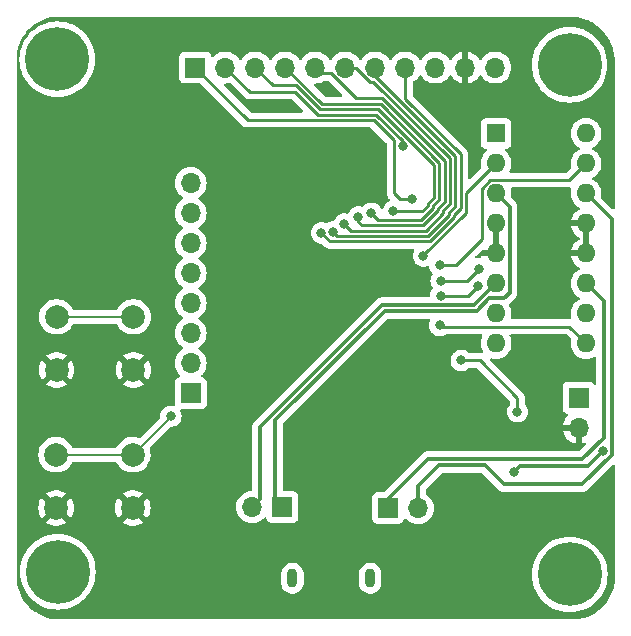
<source format=gbl>
G04 #@! TF.GenerationSoftware,KiCad,Pcbnew,8.0.7-8.0.7-0~ubuntu22.04.1*
G04 #@! TF.CreationDate,2025-01-30T21:49:18+01:00*
G04 #@! TF.ProjectId,linefollower_pcb,6c696e65-666f-46c6-9c6f-7765725f7063,rev?*
G04 #@! TF.SameCoordinates,Original*
G04 #@! TF.FileFunction,Copper,L2,Bot*
G04 #@! TF.FilePolarity,Positive*
%FSLAX46Y46*%
G04 Gerber Fmt 4.6, Leading zero omitted, Abs format (unit mm)*
G04 Created by KiCad (PCBNEW 8.0.7-8.0.7-0~ubuntu22.04.1) date 2025-01-30 21:49:18*
%MOMM*%
%LPD*%
G01*
G04 APERTURE LIST*
G04 #@! TA.AperFunction,ComponentPad*
%ADD10R,1.700000X1.700000*%
G04 #@! TD*
G04 #@! TA.AperFunction,ComponentPad*
%ADD11O,1.700000X1.700000*%
G04 #@! TD*
G04 #@! TA.AperFunction,ComponentPad*
%ADD12O,0.900000X1.600000*%
G04 #@! TD*
G04 #@! TA.AperFunction,ComponentPad*
%ADD13C,0.800000*%
G04 #@! TD*
G04 #@! TA.AperFunction,ComponentPad*
%ADD14C,5.400000*%
G04 #@! TD*
G04 #@! TA.AperFunction,ComponentPad*
%ADD15R,1.600000X1.600000*%
G04 #@! TD*
G04 #@! TA.AperFunction,ComponentPad*
%ADD16O,1.600000X1.600000*%
G04 #@! TD*
G04 #@! TA.AperFunction,ComponentPad*
%ADD17C,2.000000*%
G04 #@! TD*
G04 #@! TA.AperFunction,ViaPad*
%ADD18C,0.800000*%
G04 #@! TD*
G04 #@! TA.AperFunction,Conductor*
%ADD19C,0.250000*%
G04 #@! TD*
G04 #@! TA.AperFunction,Conductor*
%ADD20C,0.200000*%
G04 #@! TD*
G04 #@! TA.AperFunction,Conductor*
%ADD21C,0.300000*%
G04 #@! TD*
G04 APERTURE END LIST*
D10*
X90960000Y-116600000D03*
D11*
X93500000Y-116600000D03*
D12*
X82850000Y-122550000D03*
X89450000Y-122550000D03*
D10*
X82000000Y-116500000D03*
D11*
X79460000Y-116500000D03*
D10*
X74640000Y-79300000D03*
D11*
X77180000Y-79300000D03*
X79720000Y-79300000D03*
X82260000Y-79300000D03*
X84800000Y-79300000D03*
X87340000Y-79300000D03*
X89880000Y-79300000D03*
X92420000Y-79300000D03*
X94960000Y-79300000D03*
X97500000Y-79300000D03*
X100040000Y-79300000D03*
D13*
X60925000Y-78600000D03*
X61518109Y-77168109D03*
X61518109Y-80031891D03*
X62950000Y-76575000D03*
D14*
X62950000Y-78600000D03*
D13*
X62950000Y-80625000D03*
X64381891Y-77168109D03*
X64381891Y-80031891D03*
X64975000Y-78600000D03*
D15*
X100100000Y-84870000D03*
D16*
X100100000Y-87410000D03*
X100100000Y-89950000D03*
X100100000Y-92490000D03*
X100100000Y-95030000D03*
X100100000Y-97570000D03*
X100100000Y-100110000D03*
X100100000Y-102650000D03*
X107720000Y-102650000D03*
X107720000Y-100110000D03*
X107720000Y-97570000D03*
X107720000Y-95030000D03*
X107720000Y-92490000D03*
X107720000Y-89950000D03*
X107720000Y-87410000D03*
X107720000Y-84870000D03*
D10*
X74250000Y-106875000D03*
D11*
X74250000Y-104335000D03*
X74250000Y-101795000D03*
X74250000Y-99255000D03*
X74250000Y-96715000D03*
X74250000Y-94175000D03*
X74250000Y-91635000D03*
X74250000Y-89095000D03*
D10*
X107100000Y-107250000D03*
D11*
X107100000Y-109790000D03*
D13*
X104300000Y-79068109D03*
X104893109Y-77636218D03*
X104893109Y-80500000D03*
X106325000Y-77043109D03*
D14*
X106325000Y-79068109D03*
D13*
X106325000Y-81093109D03*
X107756891Y-77636218D03*
X107756891Y-80500000D03*
X108350000Y-79068109D03*
X104325000Y-122218109D03*
X104918109Y-120786218D03*
X104918109Y-123650000D03*
X106350000Y-120193109D03*
D14*
X106350000Y-122218109D03*
D13*
X106350000Y-124243109D03*
X107781891Y-120786218D03*
X107781891Y-123650000D03*
X108375000Y-122218109D03*
X60975000Y-122000000D03*
X61568109Y-120568109D03*
X61568109Y-123431891D03*
X63000000Y-119975000D03*
D14*
X63000000Y-122000000D03*
D13*
X63000000Y-124025000D03*
X64431891Y-120568109D03*
X64431891Y-123431891D03*
X65025000Y-122000000D03*
D17*
X62850000Y-112081128D03*
X69350000Y-112081128D03*
X62850000Y-116581128D03*
X69350000Y-116581128D03*
X62900000Y-100400000D03*
X69400000Y-100400000D03*
X62900000Y-104900000D03*
X69400000Y-104900000D03*
D18*
X87550000Y-85925000D03*
X70050000Y-89550000D03*
X98800000Y-76500000D03*
X96290000Y-121800000D03*
X65250000Y-104150000D03*
X60350000Y-81300000D03*
X102650000Y-118575000D03*
X79500000Y-82500000D03*
X83475000Y-111650000D03*
X60400000Y-93950000D03*
X88500000Y-117500000D03*
X88450000Y-95300000D03*
X79250000Y-76250000D03*
X89250000Y-102850000D03*
X80500000Y-102450000D03*
X86300000Y-112250000D03*
X75250000Y-120750000D03*
X70400000Y-80150000D03*
X67300000Y-76950000D03*
X72700000Y-75950000D03*
X104212500Y-93554416D03*
X90900000Y-111300000D03*
X103750000Y-98775000D03*
X77610000Y-106240000D03*
X68425000Y-123400000D03*
X69750000Y-84350000D03*
X75000000Y-84750000D03*
X81100000Y-98650000D03*
X109150000Y-115200000D03*
X83850000Y-95900000D03*
X73500000Y-118000000D03*
X62850000Y-89400000D03*
X104025000Y-85925000D03*
X84000000Y-101500000D03*
X104250000Y-103100000D03*
X95600000Y-82050000D03*
X83000000Y-85250000D03*
X102200000Y-123925000D03*
X98275000Y-111250000D03*
X86550000Y-75800000D03*
X98750000Y-116650000D03*
X86150000Y-81350000D03*
X71975000Y-98075000D03*
X65900000Y-125000000D03*
X66200000Y-86950000D03*
X84050000Y-115550000D03*
X62750000Y-84400000D03*
X87150000Y-104900000D03*
X80850000Y-123700000D03*
X83500000Y-90500000D03*
X80875000Y-93575000D03*
X101900000Y-108450000D03*
X97150000Y-104100000D03*
X72575000Y-108825000D03*
X95330000Y-101140000D03*
X95330000Y-96060000D03*
X98650000Y-96350000D03*
X95450000Y-97350000D03*
X93950000Y-95250000D03*
X98600000Y-97775000D03*
X95400000Y-98625000D03*
X101600000Y-113550000D03*
X109150000Y-111775000D03*
X92950000Y-90450000D03*
X92190000Y-85921884D03*
X91400000Y-91475500D03*
X89550000Y-91650000D03*
X88450000Y-91950000D03*
X87250000Y-92550000D03*
X86300000Y-93200000D03*
X85305841Y-93303223D03*
D19*
X97150000Y-104000000D02*
X97000000Y-103850000D01*
D20*
X62900000Y-100400000D02*
X69400000Y-100400000D01*
D19*
X101900000Y-107250000D02*
X98750000Y-104100000D01*
X101900000Y-108450000D02*
X101900000Y-107250000D01*
X97150000Y-104100000D02*
X97150000Y-104000000D01*
X98750000Y-104100000D02*
X97150000Y-104100000D01*
D20*
X72575000Y-108856128D02*
X69350000Y-112081128D01*
X62850000Y-112081128D02*
X69350000Y-112081128D01*
X72575000Y-108825000D02*
X72575000Y-108856128D01*
D19*
X95330000Y-101140000D02*
X95425000Y-101235000D01*
X95425000Y-101235000D02*
X106305000Y-101235000D01*
X106305000Y-101235000D02*
X107720000Y-102650000D01*
X106305000Y-88825000D02*
X107720000Y-87410000D01*
X95330000Y-96060000D02*
X96690000Y-96060000D01*
X98900000Y-93850000D02*
X98900000Y-89550000D01*
X96690000Y-96060000D02*
X98900000Y-93850000D01*
X98900000Y-89550000D02*
X99625000Y-88825000D01*
X99625000Y-88825000D02*
X106305000Y-88825000D01*
X98650000Y-96350000D02*
X97650000Y-97350000D01*
X97650000Y-97350000D02*
X95450000Y-97350000D01*
X93950000Y-95186396D02*
X97550000Y-91586396D01*
X93950000Y-95250000D02*
X93950000Y-95186396D01*
X97550000Y-89960000D02*
X100100000Y-87410000D01*
X97550000Y-91586396D02*
X97550000Y-89960000D01*
X97750000Y-98625000D02*
X95400000Y-98625000D01*
X98600000Y-97775000D02*
X97750000Y-98625000D01*
D21*
X102150000Y-113000000D02*
X101600000Y-113550000D01*
X109150000Y-111775000D02*
X107925000Y-113000000D01*
X107925000Y-113000000D02*
X102150000Y-113000000D01*
D19*
X89769922Y-83750000D02*
X79090000Y-83750000D01*
X91465000Y-85445078D02*
X89769922Y-83750000D01*
X92950000Y-90450000D02*
X92000000Y-90450000D01*
X79090000Y-83750000D02*
X74640000Y-79300000D01*
X92000000Y-90450000D02*
X91465000Y-89915000D01*
X91465000Y-89915000D02*
X91465000Y-85445078D01*
X83037208Y-81350000D02*
X79230000Y-81350000D01*
X92190000Y-85921884D02*
X92190000Y-85533682D01*
X84987208Y-83300000D02*
X83037208Y-81350000D01*
X92190000Y-85533682D02*
X89956318Y-83300000D01*
X79230000Y-81350000D02*
X77180000Y-79300000D01*
X89956318Y-83300000D02*
X84987208Y-83300000D01*
X94300000Y-90831624D02*
X94850000Y-90281624D01*
X90142714Y-82850000D02*
X85173604Y-82850000D01*
X91400000Y-91475500D02*
X93842520Y-91475500D01*
X81220000Y-80800000D02*
X79720000Y-79300000D01*
X93842520Y-91475500D02*
X94300000Y-91018020D01*
X94850000Y-87557286D02*
X90142714Y-82850000D01*
X83123604Y-80800000D02*
X81220000Y-80800000D01*
X94300000Y-91018020D02*
X94300000Y-90831624D01*
X85173604Y-82850000D02*
X83123604Y-80800000D01*
X94850000Y-90281624D02*
X94850000Y-87557286D01*
X79720000Y-79300000D02*
X80104416Y-79300000D01*
X90100000Y-92200000D02*
X89550000Y-91650000D01*
X95300000Y-90468020D02*
X94750000Y-91018020D01*
X94750000Y-91018020D02*
X94750000Y-91204416D01*
X95300000Y-87370889D02*
X95300000Y-90468020D01*
X94750000Y-91204416D02*
X93754416Y-92200000D01*
X85360000Y-82400000D02*
X90329111Y-82400000D01*
X90329111Y-82400000D02*
X95300000Y-87370889D01*
X82260000Y-79300000D02*
X85360000Y-82400000D01*
X93754416Y-92200000D02*
X90100000Y-92200000D01*
X88450000Y-92350000D02*
X88750000Y-92650000D01*
X88450000Y-91950000D02*
X88450000Y-92350000D01*
X93940812Y-92650000D02*
X95200000Y-91390812D01*
X88253299Y-81875000D02*
X86165000Y-79786701D01*
X90440507Y-81875000D02*
X88253299Y-81875000D01*
X88450000Y-92350000D02*
X88500000Y-92400000D01*
X86165000Y-79786701D02*
X85286701Y-79786701D01*
X95750000Y-87184493D02*
X90440507Y-81875000D01*
X85286701Y-79786701D02*
X84800000Y-79300000D01*
X95200000Y-91204416D02*
X95750000Y-90654416D01*
X95750000Y-90654416D02*
X95750000Y-87184493D01*
X88750000Y-92650000D02*
X93940812Y-92650000D01*
X95200000Y-91390812D02*
X95200000Y-91204416D01*
D21*
X82000000Y-116500000D02*
X81400000Y-115900000D01*
X81400000Y-109182106D02*
X90682106Y-99900000D01*
X98477107Y-99900000D02*
X99527107Y-98850000D01*
X81400000Y-115900000D02*
X81400000Y-109182106D01*
X101250000Y-91100000D02*
X100100000Y-89950000D01*
X100750000Y-98850000D02*
X101250000Y-98350000D01*
X101250000Y-98350000D02*
X101250000Y-91100000D01*
X90682106Y-99900000D02*
X98477107Y-99900000D01*
X99527107Y-98850000D02*
X100750000Y-98850000D01*
X80100000Y-109775000D02*
X90475000Y-99400000D01*
X80100000Y-115860000D02*
X80100000Y-109775000D01*
X90475000Y-99400000D02*
X98270000Y-99400000D01*
X98270000Y-99400000D02*
X100100000Y-97570000D01*
X79460000Y-116500000D02*
X80100000Y-115860000D01*
X107414339Y-112450000D02*
X109225000Y-110639339D01*
X90960000Y-115790000D02*
X94300000Y-112450000D01*
X94300000Y-112450000D02*
X107414339Y-112450000D01*
X109225000Y-110639339D02*
X109225000Y-99075000D01*
X90960000Y-116600000D02*
X90960000Y-115790000D01*
X109225000Y-99075000D02*
X107720000Y-97570000D01*
X109900000Y-92130000D02*
X109900000Y-112085661D01*
X95292106Y-112975000D02*
X93500000Y-114767106D01*
X107385661Y-114600000D02*
X100800000Y-114600000D01*
X109900000Y-112085661D02*
X107385661Y-114600000D01*
X107720000Y-89950000D02*
X109900000Y-92130000D01*
X93500000Y-114767106D02*
X93500000Y-116600000D01*
X99175000Y-112975000D02*
X95292106Y-112975000D01*
X100800000Y-114600000D02*
X99175000Y-112975000D01*
D19*
X96200000Y-90840812D02*
X96200000Y-86998097D01*
X88218299Y-79300000D02*
X87340000Y-79300000D01*
X96200000Y-86998097D02*
X89713604Y-80511701D01*
X95650000Y-91577208D02*
X95650000Y-91390812D01*
X87800000Y-93100000D02*
X94127208Y-93100000D01*
X89713604Y-80511701D02*
X89430000Y-80511701D01*
X95650000Y-91390812D02*
X96200000Y-90840812D01*
X89430000Y-80511701D02*
X88218299Y-79300000D01*
X87250000Y-92550000D02*
X87800000Y-93100000D01*
X94127208Y-93100000D02*
X95650000Y-91577208D01*
X96100000Y-91763604D02*
X96100000Y-91577208D01*
X89880000Y-80041701D02*
X89880000Y-79300000D01*
X96650000Y-86811701D02*
X89880000Y-80041701D01*
X94313604Y-93550000D02*
X96100000Y-91763604D01*
X96100000Y-91577208D02*
X96650000Y-91027208D01*
X86300000Y-93200000D02*
X86650000Y-93550000D01*
X96650000Y-91027208D02*
X96650000Y-86811701D01*
X86650000Y-93550000D02*
X94313604Y-93550000D01*
X94500000Y-94000000D02*
X96550000Y-91950000D01*
X96550000Y-91763604D02*
X97100000Y-91213604D01*
X92420000Y-81945305D02*
X92420000Y-79300000D01*
X97100000Y-86625305D02*
X92420000Y-81945305D01*
X96550000Y-91950000D02*
X96550000Y-91763604D01*
X85305841Y-93303223D02*
X86002618Y-94000000D01*
X97100000Y-91213604D02*
X97100000Y-86625305D01*
X86002618Y-94000000D02*
X94500000Y-94000000D01*
G04 #@! TA.AperFunction,Conductor*
G36*
X106532140Y-75000169D02*
G01*
X106715609Y-75009759D01*
X106726667Y-75010836D01*
X107096010Y-75063584D01*
X107108426Y-75066009D01*
X107372352Y-75131694D01*
X107469733Y-75155930D01*
X107481829Y-75159604D01*
X107832106Y-75285877D01*
X107843770Y-75290768D01*
X108179342Y-75452064D01*
X108190449Y-75458119D01*
X108507847Y-75652772D01*
X108518278Y-75659926D01*
X108814188Y-75885903D01*
X108823834Y-75894082D01*
X109095181Y-76149036D01*
X109103947Y-76158157D01*
X109347904Y-76439431D01*
X109355694Y-76449398D01*
X109569719Y-76754059D01*
X109576454Y-76764769D01*
X109758321Y-77089650D01*
X109763929Y-77100989D01*
X109911755Y-77442725D01*
X109916179Y-77454578D01*
X109974605Y-77639388D01*
X110028411Y-77809581D01*
X110031604Y-77821822D01*
X110107079Y-78186411D01*
X110109009Y-78198914D01*
X110147025Y-78570091D01*
X110147660Y-78581173D01*
X110149990Y-78767337D01*
X110150000Y-78768831D01*
X110155845Y-91166479D01*
X110136192Y-91233527D01*
X110083410Y-91279307D01*
X110014256Y-91289283D01*
X109950686Y-91260288D01*
X109944164Y-91254218D01*
X109026884Y-90336938D01*
X108993399Y-90275615D01*
X108994791Y-90217162D01*
X109005633Y-90176699D01*
X109005632Y-90176699D01*
X109005635Y-90176692D01*
X109025468Y-89950000D01*
X109022649Y-89917784D01*
X109014488Y-89824500D01*
X109005635Y-89723308D01*
X108946739Y-89503504D01*
X108850568Y-89297266D01*
X108720047Y-89110861D01*
X108720045Y-89110858D01*
X108559141Y-88949954D01*
X108372734Y-88819432D01*
X108372728Y-88819429D01*
X108314725Y-88792382D01*
X108262285Y-88746210D01*
X108243133Y-88679017D01*
X108263348Y-88612135D01*
X108314725Y-88567618D01*
X108372734Y-88540568D01*
X108559139Y-88410047D01*
X108720047Y-88249139D01*
X108850568Y-88062734D01*
X108946739Y-87856496D01*
X109005635Y-87636692D01*
X109025468Y-87410000D01*
X109005635Y-87183308D01*
X108946739Y-86963504D01*
X108850568Y-86757266D01*
X108720047Y-86570861D01*
X108720045Y-86570858D01*
X108559141Y-86409954D01*
X108372734Y-86279432D01*
X108372728Y-86279429D01*
X108314725Y-86252382D01*
X108262285Y-86206210D01*
X108243133Y-86139017D01*
X108263348Y-86072135D01*
X108314725Y-86027618D01*
X108372734Y-86000568D01*
X108559139Y-85870047D01*
X108720047Y-85709139D01*
X108850568Y-85522734D01*
X108946739Y-85316496D01*
X109005635Y-85096692D01*
X109025468Y-84870000D01*
X109005635Y-84643308D01*
X108946739Y-84423504D01*
X108850568Y-84217266D01*
X108720047Y-84030861D01*
X108720045Y-84030858D01*
X108559141Y-83869954D01*
X108372734Y-83739432D01*
X108372732Y-83739431D01*
X108166497Y-83643261D01*
X108166488Y-83643258D01*
X107946697Y-83584366D01*
X107946693Y-83584365D01*
X107946692Y-83584365D01*
X107946691Y-83584364D01*
X107946686Y-83584364D01*
X107720002Y-83564532D01*
X107719998Y-83564532D01*
X107493313Y-83584364D01*
X107493302Y-83584366D01*
X107273511Y-83643258D01*
X107273502Y-83643261D01*
X107067267Y-83739431D01*
X107067265Y-83739432D01*
X106880858Y-83869954D01*
X106719954Y-84030858D01*
X106589432Y-84217265D01*
X106589431Y-84217267D01*
X106493261Y-84423502D01*
X106493258Y-84423511D01*
X106434366Y-84643302D01*
X106434364Y-84643313D01*
X106414532Y-84869998D01*
X106414532Y-84870001D01*
X106434364Y-85096686D01*
X106434366Y-85096697D01*
X106493258Y-85316488D01*
X106493261Y-85316497D01*
X106589431Y-85522732D01*
X106589432Y-85522734D01*
X106719954Y-85709141D01*
X106880858Y-85870045D01*
X106880861Y-85870047D01*
X107067266Y-86000568D01*
X107125275Y-86027618D01*
X107177714Y-86073791D01*
X107196866Y-86140984D01*
X107176650Y-86207865D01*
X107125275Y-86252382D01*
X107067267Y-86279431D01*
X107067265Y-86279432D01*
X106880858Y-86409954D01*
X106719954Y-86570858D01*
X106589432Y-86757265D01*
X106589431Y-86757267D01*
X106493261Y-86963502D01*
X106493258Y-86963511D01*
X106434366Y-87183302D01*
X106434364Y-87183313D01*
X106414532Y-87409998D01*
X106414532Y-87410000D01*
X106434365Y-87636692D01*
X106434367Y-87636699D01*
X106452680Y-87705049D01*
X106451016Y-87774899D01*
X106420588Y-87824821D01*
X106082227Y-88163182D01*
X106020906Y-88196666D01*
X105994548Y-88199500D01*
X101361434Y-88199500D01*
X101294395Y-88179815D01*
X101248640Y-88127011D01*
X101238696Y-88057853D01*
X101249052Y-88023095D01*
X101296675Y-87920967D01*
X101326739Y-87856496D01*
X101385635Y-87636692D01*
X101405468Y-87410000D01*
X101385635Y-87183308D01*
X101326739Y-86963504D01*
X101230568Y-86757266D01*
X101100047Y-86570861D01*
X101100045Y-86570858D01*
X100939143Y-86409956D01*
X100914536Y-86392726D01*
X100870912Y-86338149D01*
X100863719Y-86268650D01*
X100895241Y-86206296D01*
X100955471Y-86170882D01*
X100972404Y-86167861D01*
X101007483Y-86164091D01*
X101142331Y-86113796D01*
X101257546Y-86027546D01*
X101343796Y-85912331D01*
X101394091Y-85777483D01*
X101400500Y-85717873D01*
X101400499Y-84022128D01*
X101394091Y-83962517D01*
X101359567Y-83869954D01*
X101343797Y-83827671D01*
X101343793Y-83827664D01*
X101257547Y-83712455D01*
X101257544Y-83712452D01*
X101142335Y-83626206D01*
X101142328Y-83626202D01*
X101007482Y-83575908D01*
X101007483Y-83575908D01*
X100947883Y-83569501D01*
X100947881Y-83569500D01*
X100947873Y-83569500D01*
X100947864Y-83569500D01*
X99252129Y-83569500D01*
X99252123Y-83569501D01*
X99192516Y-83575908D01*
X99057671Y-83626202D01*
X99057664Y-83626206D01*
X98942455Y-83712452D01*
X98942452Y-83712455D01*
X98856206Y-83827664D01*
X98856202Y-83827671D01*
X98805908Y-83962517D01*
X98799501Y-84022116D01*
X98799501Y-84022123D01*
X98799500Y-84022135D01*
X98799500Y-85717870D01*
X98799501Y-85717876D01*
X98805908Y-85777483D01*
X98856202Y-85912328D01*
X98856206Y-85912335D01*
X98942452Y-86027544D01*
X98942455Y-86027547D01*
X99057664Y-86113793D01*
X99057671Y-86113797D01*
X99102618Y-86130561D01*
X99192517Y-86164091D01*
X99227596Y-86167862D01*
X99292144Y-86194599D01*
X99331993Y-86251991D01*
X99334488Y-86321816D01*
X99298836Y-86381905D01*
X99285464Y-86392725D01*
X99260858Y-86409954D01*
X99099954Y-86570858D01*
X98969432Y-86757265D01*
X98969431Y-86757267D01*
X98873261Y-86963502D01*
X98873258Y-86963511D01*
X98814366Y-87183302D01*
X98814364Y-87183313D01*
X98794532Y-87409998D01*
X98794532Y-87410000D01*
X98814364Y-87636686D01*
X98814365Y-87636691D01*
X98814366Y-87636697D01*
X98832680Y-87705048D01*
X98831017Y-87774897D01*
X98800586Y-87824821D01*
X97937181Y-88688227D01*
X97875858Y-88721712D01*
X97806167Y-88716728D01*
X97750233Y-88674856D01*
X97725816Y-88609392D01*
X97725500Y-88600546D01*
X97725500Y-86563698D01*
X97722038Y-86546293D01*
X97714719Y-86509500D01*
X97701463Y-86442853D01*
X97654311Y-86329019D01*
X97648697Y-86320617D01*
X97603104Y-86252382D01*
X97585859Y-86226573D01*
X97542547Y-86183261D01*
X97498733Y-86139447D01*
X97498732Y-86139446D01*
X93081819Y-81722533D01*
X93048334Y-81661210D01*
X93045500Y-81634852D01*
X93045500Y-80575226D01*
X93065185Y-80508187D01*
X93098374Y-80473654D01*
X93291401Y-80338495D01*
X93458495Y-80171401D01*
X93588426Y-79985841D01*
X93643002Y-79942217D01*
X93712500Y-79935023D01*
X93774855Y-79966546D01*
X93791575Y-79985842D01*
X93921500Y-80171395D01*
X93921505Y-80171401D01*
X94088599Y-80338495D01*
X94185384Y-80406265D01*
X94282165Y-80474032D01*
X94282167Y-80474033D01*
X94282170Y-80474035D01*
X94496337Y-80573903D01*
X94496343Y-80573904D01*
X94496344Y-80573905D01*
X94551285Y-80588626D01*
X94724592Y-80635063D01*
X94901034Y-80650500D01*
X94959999Y-80655659D01*
X94960000Y-80655659D01*
X94960001Y-80655659D01*
X95018966Y-80650500D01*
X95195408Y-80635063D01*
X95423663Y-80573903D01*
X95637830Y-80474035D01*
X95831401Y-80338495D01*
X95998495Y-80171401D01*
X96128730Y-79985405D01*
X96183307Y-79941781D01*
X96252805Y-79934587D01*
X96315160Y-79966110D01*
X96331879Y-79985405D01*
X96461890Y-80171078D01*
X96628917Y-80338105D01*
X96822421Y-80473600D01*
X97036507Y-80573429D01*
X97036516Y-80573433D01*
X97250000Y-80630634D01*
X97250000Y-79733012D01*
X97307007Y-79765925D01*
X97434174Y-79800000D01*
X97565826Y-79800000D01*
X97692993Y-79765925D01*
X97750000Y-79733012D01*
X97750000Y-80630633D01*
X97963483Y-80573433D01*
X97963492Y-80573429D01*
X98177578Y-80473600D01*
X98371082Y-80338105D01*
X98538105Y-80171082D01*
X98668119Y-79985405D01*
X98722696Y-79941781D01*
X98792195Y-79934588D01*
X98854549Y-79966110D01*
X98871269Y-79985405D01*
X99001505Y-80171401D01*
X99168599Y-80338495D01*
X99265384Y-80406265D01*
X99362165Y-80474032D01*
X99362167Y-80474033D01*
X99362170Y-80474035D01*
X99576337Y-80573903D01*
X99576343Y-80573904D01*
X99576344Y-80573905D01*
X99631285Y-80588626D01*
X99804592Y-80635063D01*
X99981034Y-80650500D01*
X100039999Y-80655659D01*
X100040000Y-80655659D01*
X100040001Y-80655659D01*
X100098966Y-80650500D01*
X100275408Y-80635063D01*
X100503663Y-80573903D01*
X100717830Y-80474035D01*
X100911401Y-80338495D01*
X101078495Y-80171401D01*
X101214035Y-79977830D01*
X101313903Y-79763663D01*
X101375063Y-79535408D01*
X101395659Y-79300000D01*
X101375371Y-79068109D01*
X103119457Y-79068109D01*
X103139612Y-79427011D01*
X103139614Y-79427023D01*
X103199826Y-79781405D01*
X103199828Y-79781414D01*
X103260160Y-79990831D01*
X103299341Y-80126833D01*
X103436906Y-80458942D01*
X103460504Y-80501640D01*
X103610790Y-80773563D01*
X103818805Y-81066731D01*
X103842378Y-81093109D01*
X104058339Y-81334770D01*
X104229909Y-81488094D01*
X104326377Y-81574303D01*
X104580783Y-81754815D01*
X104619548Y-81782320D01*
X104934167Y-81956203D01*
X105266276Y-82093768D01*
X105611700Y-82193282D01*
X105966093Y-82253496D01*
X106325000Y-82273652D01*
X106683907Y-82253496D01*
X107038300Y-82193282D01*
X107383724Y-82093768D01*
X107715833Y-81956203D01*
X108030452Y-81782320D01*
X108323623Y-81574303D01*
X108591661Y-81334770D01*
X108831194Y-81066732D01*
X109039211Y-80773561D01*
X109213094Y-80458942D01*
X109350659Y-80126833D01*
X109450173Y-79781409D01*
X109510387Y-79427016D01*
X109530543Y-79068109D01*
X109510387Y-78709202D01*
X109450173Y-78354809D01*
X109350659Y-78009385D01*
X109213094Y-77677276D01*
X109039211Y-77362657D01*
X108930303Y-77209167D01*
X108831194Y-77069486D01*
X108591661Y-76801448D01*
X108323623Y-76561915D01*
X108150999Y-76439431D01*
X108030454Y-76353899D01*
X107715831Y-76180014D01*
X107444810Y-76067753D01*
X107383724Y-76042450D01*
X107383720Y-76042448D01*
X107383718Y-76042448D01*
X107038305Y-75942937D01*
X107038296Y-75942935D01*
X106683914Y-75882723D01*
X106683902Y-75882721D01*
X106325000Y-75862566D01*
X105966097Y-75882721D01*
X105966085Y-75882723D01*
X105611703Y-75942935D01*
X105611694Y-75942937D01*
X105266281Y-76042448D01*
X104934168Y-76180014D01*
X104619545Y-76353899D01*
X104326377Y-76561914D01*
X104058339Y-76801448D01*
X103818805Y-77069486D01*
X103610790Y-77362654D01*
X103436905Y-77677277D01*
X103317752Y-77964937D01*
X103300660Y-78006202D01*
X103299339Y-78009390D01*
X103199828Y-78354803D01*
X103199826Y-78354812D01*
X103139614Y-78709194D01*
X103139612Y-78709206D01*
X103119457Y-79068109D01*
X101375371Y-79068109D01*
X101375063Y-79064592D01*
X101313903Y-78836337D01*
X101214035Y-78622171D01*
X101208731Y-78614595D01*
X101078494Y-78428597D01*
X100911402Y-78261506D01*
X100911395Y-78261501D01*
X100717834Y-78125967D01*
X100717830Y-78125965D01*
X100717828Y-78125964D01*
X100503663Y-78026097D01*
X100503659Y-78026096D01*
X100503655Y-78026094D01*
X100275413Y-77964938D01*
X100275403Y-77964936D01*
X100040001Y-77944341D01*
X100039999Y-77944341D01*
X99804596Y-77964936D01*
X99804586Y-77964938D01*
X99576344Y-78026094D01*
X99576335Y-78026098D01*
X99362171Y-78125964D01*
X99362169Y-78125965D01*
X99168597Y-78261505D01*
X99001508Y-78428594D01*
X98871269Y-78614595D01*
X98816692Y-78658219D01*
X98747193Y-78665412D01*
X98684839Y-78633890D01*
X98668119Y-78614594D01*
X98538113Y-78428926D01*
X98538108Y-78428920D01*
X98371082Y-78261894D01*
X98177578Y-78126399D01*
X97963492Y-78026570D01*
X97963486Y-78026567D01*
X97750000Y-77969364D01*
X97750000Y-78866988D01*
X97692993Y-78834075D01*
X97565826Y-78800000D01*
X97434174Y-78800000D01*
X97307007Y-78834075D01*
X97250000Y-78866988D01*
X97250000Y-77969364D01*
X97249999Y-77969364D01*
X97036513Y-78026567D01*
X97036507Y-78026570D01*
X96822422Y-78126399D01*
X96822420Y-78126400D01*
X96628926Y-78261886D01*
X96628920Y-78261891D01*
X96461891Y-78428920D01*
X96461890Y-78428922D01*
X96331880Y-78614595D01*
X96277303Y-78658219D01*
X96207804Y-78665412D01*
X96145450Y-78633890D01*
X96128730Y-78614594D01*
X95998494Y-78428597D01*
X95831402Y-78261506D01*
X95831395Y-78261501D01*
X95637834Y-78125967D01*
X95637830Y-78125965D01*
X95637828Y-78125964D01*
X95423663Y-78026097D01*
X95423659Y-78026096D01*
X95423655Y-78026094D01*
X95195413Y-77964938D01*
X95195403Y-77964936D01*
X94960001Y-77944341D01*
X94959999Y-77944341D01*
X94724596Y-77964936D01*
X94724586Y-77964938D01*
X94496344Y-78026094D01*
X94496335Y-78026098D01*
X94282171Y-78125964D01*
X94282169Y-78125965D01*
X94088597Y-78261505D01*
X93921505Y-78428597D01*
X93791575Y-78614158D01*
X93736998Y-78657783D01*
X93667500Y-78664977D01*
X93605145Y-78633454D01*
X93588425Y-78614158D01*
X93458494Y-78428597D01*
X93291402Y-78261506D01*
X93291395Y-78261501D01*
X93097834Y-78125967D01*
X93097830Y-78125965D01*
X93097828Y-78125964D01*
X92883663Y-78026097D01*
X92883659Y-78026096D01*
X92883655Y-78026094D01*
X92655413Y-77964938D01*
X92655403Y-77964936D01*
X92420001Y-77944341D01*
X92419999Y-77944341D01*
X92184596Y-77964936D01*
X92184586Y-77964938D01*
X91956344Y-78026094D01*
X91956335Y-78026098D01*
X91742171Y-78125964D01*
X91742169Y-78125965D01*
X91548597Y-78261505D01*
X91381505Y-78428597D01*
X91251575Y-78614158D01*
X91196998Y-78657783D01*
X91127500Y-78664977D01*
X91065145Y-78633454D01*
X91048425Y-78614158D01*
X90918494Y-78428597D01*
X90751402Y-78261506D01*
X90751395Y-78261501D01*
X90557834Y-78125967D01*
X90557830Y-78125965D01*
X90557828Y-78125964D01*
X90343663Y-78026097D01*
X90343659Y-78026096D01*
X90343655Y-78026094D01*
X90115413Y-77964938D01*
X90115403Y-77964936D01*
X89880001Y-77944341D01*
X89879999Y-77944341D01*
X89644596Y-77964936D01*
X89644586Y-77964938D01*
X89416344Y-78026094D01*
X89416335Y-78026098D01*
X89202171Y-78125964D01*
X89202169Y-78125965D01*
X89008597Y-78261505D01*
X88841508Y-78428594D01*
X88711574Y-78614160D01*
X88656997Y-78657784D01*
X88587498Y-78664977D01*
X88525144Y-78633455D01*
X88508429Y-78614164D01*
X88378495Y-78428599D01*
X88378493Y-78428596D01*
X88211402Y-78261506D01*
X88211395Y-78261501D01*
X88017834Y-78125967D01*
X88017830Y-78125965D01*
X88017828Y-78125964D01*
X87803663Y-78026097D01*
X87803659Y-78026096D01*
X87803655Y-78026094D01*
X87575413Y-77964938D01*
X87575403Y-77964936D01*
X87340001Y-77944341D01*
X87339999Y-77944341D01*
X87104596Y-77964936D01*
X87104586Y-77964938D01*
X86876344Y-78026094D01*
X86876335Y-78026098D01*
X86662171Y-78125964D01*
X86662169Y-78125965D01*
X86468597Y-78261505D01*
X86301505Y-78428597D01*
X86171575Y-78614158D01*
X86116998Y-78657783D01*
X86047500Y-78664977D01*
X85985145Y-78633454D01*
X85968425Y-78614158D01*
X85838494Y-78428597D01*
X85671402Y-78261506D01*
X85671395Y-78261501D01*
X85477834Y-78125967D01*
X85477830Y-78125965D01*
X85477828Y-78125964D01*
X85263663Y-78026097D01*
X85263659Y-78026096D01*
X85263655Y-78026094D01*
X85035413Y-77964938D01*
X85035403Y-77964936D01*
X84800001Y-77944341D01*
X84799999Y-77944341D01*
X84564596Y-77964936D01*
X84564586Y-77964938D01*
X84336344Y-78026094D01*
X84336335Y-78026098D01*
X84122171Y-78125964D01*
X84122169Y-78125965D01*
X83928597Y-78261505D01*
X83761505Y-78428597D01*
X83631575Y-78614158D01*
X83576998Y-78657783D01*
X83507500Y-78664977D01*
X83445145Y-78633454D01*
X83428425Y-78614158D01*
X83298494Y-78428597D01*
X83131402Y-78261506D01*
X83131395Y-78261501D01*
X82937834Y-78125967D01*
X82937830Y-78125965D01*
X82937828Y-78125964D01*
X82723663Y-78026097D01*
X82723659Y-78026096D01*
X82723655Y-78026094D01*
X82495413Y-77964938D01*
X82495403Y-77964936D01*
X82260001Y-77944341D01*
X82259999Y-77944341D01*
X82024596Y-77964936D01*
X82024586Y-77964938D01*
X81796344Y-78026094D01*
X81796335Y-78026098D01*
X81582171Y-78125964D01*
X81582169Y-78125965D01*
X81388597Y-78261505D01*
X81221505Y-78428597D01*
X81091575Y-78614158D01*
X81036998Y-78657783D01*
X80967500Y-78664977D01*
X80905145Y-78633454D01*
X80888425Y-78614158D01*
X80758494Y-78428597D01*
X80591402Y-78261506D01*
X80591395Y-78261501D01*
X80397834Y-78125967D01*
X80397830Y-78125965D01*
X80397828Y-78125964D01*
X80183663Y-78026097D01*
X80183659Y-78026096D01*
X80183655Y-78026094D01*
X79955413Y-77964938D01*
X79955403Y-77964936D01*
X79720001Y-77944341D01*
X79719999Y-77944341D01*
X79484596Y-77964936D01*
X79484586Y-77964938D01*
X79256344Y-78026094D01*
X79256335Y-78026098D01*
X79042171Y-78125964D01*
X79042169Y-78125965D01*
X78848597Y-78261505D01*
X78681505Y-78428597D01*
X78551575Y-78614158D01*
X78496998Y-78657783D01*
X78427500Y-78664977D01*
X78365145Y-78633454D01*
X78348425Y-78614158D01*
X78218494Y-78428597D01*
X78051402Y-78261506D01*
X78051395Y-78261501D01*
X77857834Y-78125967D01*
X77857830Y-78125965D01*
X77857828Y-78125964D01*
X77643663Y-78026097D01*
X77643659Y-78026096D01*
X77643655Y-78026094D01*
X77415413Y-77964938D01*
X77415403Y-77964936D01*
X77180001Y-77944341D01*
X77179999Y-77944341D01*
X76944596Y-77964936D01*
X76944586Y-77964938D01*
X76716344Y-78026094D01*
X76716335Y-78026098D01*
X76502171Y-78125964D01*
X76502169Y-78125965D01*
X76308600Y-78261503D01*
X76186673Y-78383430D01*
X76125350Y-78416914D01*
X76055658Y-78411930D01*
X75999725Y-78370058D01*
X75982810Y-78339081D01*
X75933797Y-78207671D01*
X75933793Y-78207664D01*
X75847547Y-78092455D01*
X75847544Y-78092452D01*
X75732335Y-78006206D01*
X75732328Y-78006202D01*
X75597482Y-77955908D01*
X75597483Y-77955908D01*
X75537883Y-77949501D01*
X75537881Y-77949500D01*
X75537873Y-77949500D01*
X75537864Y-77949500D01*
X73742129Y-77949500D01*
X73742123Y-77949501D01*
X73682516Y-77955908D01*
X73547671Y-78006202D01*
X73547664Y-78006206D01*
X73432455Y-78092452D01*
X73432452Y-78092455D01*
X73346206Y-78207664D01*
X73346202Y-78207671D01*
X73295908Y-78342517D01*
X73289501Y-78402116D01*
X73289500Y-78402135D01*
X73289500Y-80197870D01*
X73289501Y-80197876D01*
X73295908Y-80257483D01*
X73346202Y-80392328D01*
X73346206Y-80392335D01*
X73432452Y-80507544D01*
X73432455Y-80507547D01*
X73547664Y-80593793D01*
X73547671Y-80593797D01*
X73682517Y-80644091D01*
X73682516Y-80644091D01*
X73689444Y-80644835D01*
X73742127Y-80650500D01*
X75054547Y-80650499D01*
X75121586Y-80670184D01*
X75142227Y-80686817D01*
X78604141Y-84148732D01*
X78604142Y-84148733D01*
X78672674Y-84217265D01*
X78691268Y-84235859D01*
X78793707Y-84304307D01*
X78793713Y-84304310D01*
X78793714Y-84304311D01*
X78907548Y-84351463D01*
X78967971Y-84363481D01*
X79028393Y-84375500D01*
X79028394Y-84375500D01*
X89459470Y-84375500D01*
X89526509Y-84395185D01*
X89547151Y-84411819D01*
X90803181Y-85667849D01*
X90836666Y-85729172D01*
X90839500Y-85755530D01*
X90839500Y-89976611D01*
X90863535Y-90097444D01*
X90863540Y-90097461D01*
X90910685Y-90211281D01*
X90910687Y-90211285D01*
X90929440Y-90239349D01*
X90929441Y-90239351D01*
X90979141Y-90313732D01*
X90979144Y-90313736D01*
X91070586Y-90405178D01*
X91070608Y-90405198D01*
X91103031Y-90437621D01*
X91136516Y-90498944D01*
X91131532Y-90568636D01*
X91089660Y-90624569D01*
X91065786Y-90638581D01*
X90947270Y-90691348D01*
X90947265Y-90691351D01*
X90794129Y-90802611D01*
X90667466Y-90943285D01*
X90572821Y-91107215D01*
X90572819Y-91107219D01*
X90552150Y-91170832D01*
X90512711Y-91228507D01*
X90448352Y-91255705D01*
X90379506Y-91243790D01*
X90328031Y-91196545D01*
X90326869Y-91194577D01*
X90282533Y-91117784D01*
X90155871Y-90977112D01*
X90155870Y-90977111D01*
X90002734Y-90865851D01*
X90002729Y-90865848D01*
X89829807Y-90788857D01*
X89829802Y-90788855D01*
X89684001Y-90757865D01*
X89644646Y-90749500D01*
X89455354Y-90749500D01*
X89422897Y-90756398D01*
X89270197Y-90788855D01*
X89270192Y-90788857D01*
X89097270Y-90865848D01*
X89097265Y-90865851D01*
X88944129Y-90977111D01*
X88944128Y-90977112D01*
X88871255Y-91058045D01*
X88811768Y-91094693D01*
X88741911Y-91093362D01*
X88731212Y-91089313D01*
X88729802Y-91088855D01*
X88584001Y-91057865D01*
X88544646Y-91049500D01*
X88355354Y-91049500D01*
X88322897Y-91056398D01*
X88170197Y-91088855D01*
X88170192Y-91088857D01*
X87997270Y-91165848D01*
X87997265Y-91165851D01*
X87844129Y-91277111D01*
X87717466Y-91417785D01*
X87622821Y-91581715D01*
X87622816Y-91581726D01*
X87618749Y-91594245D01*
X87579311Y-91651920D01*
X87514952Y-91679117D01*
X87475039Y-91677215D01*
X87344647Y-91649500D01*
X87344646Y-91649500D01*
X87155354Y-91649500D01*
X87143969Y-91651920D01*
X86970197Y-91688855D01*
X86970192Y-91688857D01*
X86797270Y-91765848D01*
X86797265Y-91765851D01*
X86644129Y-91877111D01*
X86517466Y-92017785D01*
X86422821Y-92181715D01*
X86422818Y-92181722D01*
X86412390Y-92213818D01*
X86372952Y-92271494D01*
X86308594Y-92298692D01*
X86294459Y-92299500D01*
X86205354Y-92299500D01*
X86172897Y-92306398D01*
X86020197Y-92338855D01*
X86020192Y-92338857D01*
X85847270Y-92415848D01*
X85847266Y-92415850D01*
X85783393Y-92462257D01*
X85717587Y-92485736D01*
X85660073Y-92475217D01*
X85585648Y-92442080D01*
X85585643Y-92442078D01*
X85439842Y-92411088D01*
X85400487Y-92402723D01*
X85211195Y-92402723D01*
X85178738Y-92409621D01*
X85026038Y-92442078D01*
X85026033Y-92442080D01*
X84853111Y-92519071D01*
X84853106Y-92519074D01*
X84699970Y-92630334D01*
X84573307Y-92771008D01*
X84478662Y-92934938D01*
X84478659Y-92934945D01*
X84420168Y-93114963D01*
X84420167Y-93114967D01*
X84400381Y-93303223D01*
X84420167Y-93491479D01*
X84420168Y-93491482D01*
X84478659Y-93671500D01*
X84478662Y-93671507D01*
X84573308Y-93835439D01*
X84667083Y-93939586D01*
X84699970Y-93976111D01*
X84853106Y-94087371D01*
X84853111Y-94087374D01*
X85026033Y-94164365D01*
X85026038Y-94164367D01*
X85211195Y-94203723D01*
X85270388Y-94203723D01*
X85337427Y-94223408D01*
X85358069Y-94240042D01*
X85603880Y-94485854D01*
X85603883Y-94485857D01*
X85672029Y-94531390D01*
X85706332Y-94554311D01*
X85820166Y-94601463D01*
X85941006Y-94625499D01*
X85941010Y-94625500D01*
X85941011Y-94625500D01*
X85941012Y-94625500D01*
X93055973Y-94625500D01*
X93123012Y-94645185D01*
X93168767Y-94697989D01*
X93178711Y-94767147D01*
X93163360Y-94811499D01*
X93122823Y-94881710D01*
X93122818Y-94881722D01*
X93078281Y-95018794D01*
X93064326Y-95061744D01*
X93044540Y-95250000D01*
X93064326Y-95438256D01*
X93064327Y-95438259D01*
X93122818Y-95618277D01*
X93122821Y-95618284D01*
X93217467Y-95782216D01*
X93249493Y-95817784D01*
X93344129Y-95922888D01*
X93497265Y-96034148D01*
X93497270Y-96034151D01*
X93670192Y-96111142D01*
X93670197Y-96111144D01*
X93855354Y-96150500D01*
X93855355Y-96150500D01*
X94044644Y-96150500D01*
X94044646Y-96150500D01*
X94229803Y-96111144D01*
X94240506Y-96106378D01*
X94265053Y-96095450D01*
X94334303Y-96086165D01*
X94397579Y-96115793D01*
X94434793Y-96174928D01*
X94438808Y-96195759D01*
X94444326Y-96248256D01*
X94444327Y-96248259D01*
X94502818Y-96428277D01*
X94502821Y-96428284D01*
X94597467Y-96592216D01*
X94641153Y-96640734D01*
X94689651Y-96694597D01*
X94719881Y-96757589D01*
X94711256Y-96826924D01*
X94704889Y-96839568D01*
X94622820Y-96981718D01*
X94622818Y-96981722D01*
X94564327Y-97161740D01*
X94564326Y-97161744D01*
X94544540Y-97350000D01*
X94564326Y-97538256D01*
X94564327Y-97538259D01*
X94622818Y-97718277D01*
X94622821Y-97718284D01*
X94717465Y-97882214D01*
X94720783Y-97886780D01*
X94744264Y-97952587D01*
X94728439Y-98020641D01*
X94712617Y-98042638D01*
X94667470Y-98092778D01*
X94667465Y-98092785D01*
X94572821Y-98256715D01*
X94572818Y-98256722D01*
X94521693Y-98414071D01*
X94514326Y-98436744D01*
X94503501Y-98539744D01*
X94494540Y-98625002D01*
X94494540Y-98625500D01*
X94494458Y-98625777D01*
X94493861Y-98631463D01*
X94492821Y-98631353D01*
X94474855Y-98692539D01*
X94422051Y-98738294D01*
X94370540Y-98749500D01*
X90410929Y-98749500D01*
X90285261Y-98774497D01*
X90285255Y-98774499D01*
X90205703Y-98807451D01*
X90166874Y-98823534D01*
X90060326Y-98894726D01*
X79594724Y-109360328D01*
X79557723Y-109415704D01*
X79557724Y-109415705D01*
X79523534Y-109466874D01*
X79474499Y-109585255D01*
X79474497Y-109585261D01*
X79449500Y-109710928D01*
X79449500Y-115031634D01*
X79429815Y-115098673D01*
X79377011Y-115144428D01*
X79336309Y-115155162D01*
X79224596Y-115164936D01*
X79224586Y-115164938D01*
X78996344Y-115226094D01*
X78996335Y-115226098D01*
X78782171Y-115325964D01*
X78782169Y-115325965D01*
X78588597Y-115461505D01*
X78421505Y-115628597D01*
X78285965Y-115822169D01*
X78285964Y-115822171D01*
X78186098Y-116036335D01*
X78186094Y-116036344D01*
X78124938Y-116264586D01*
X78124936Y-116264596D01*
X78104341Y-116499999D01*
X78104341Y-116500000D01*
X78124936Y-116735403D01*
X78124938Y-116735413D01*
X78186094Y-116963655D01*
X78186096Y-116963659D01*
X78186097Y-116963663D01*
X78270499Y-117144663D01*
X78285965Y-117177830D01*
X78285967Y-117177834D01*
X78369753Y-117297492D01*
X78421505Y-117371401D01*
X78588599Y-117538495D01*
X78685384Y-117606265D01*
X78782165Y-117674032D01*
X78782167Y-117674033D01*
X78782170Y-117674035D01*
X78996337Y-117773903D01*
X78996343Y-117773904D01*
X78996344Y-117773905D01*
X79051285Y-117788626D01*
X79224592Y-117835063D01*
X79401034Y-117850500D01*
X79459999Y-117855659D01*
X79460000Y-117855659D01*
X79460001Y-117855659D01*
X79518966Y-117850500D01*
X79695408Y-117835063D01*
X79923663Y-117773903D01*
X80137830Y-117674035D01*
X80331401Y-117538495D01*
X80453329Y-117416566D01*
X80514648Y-117383084D01*
X80584340Y-117388068D01*
X80640274Y-117429939D01*
X80657189Y-117460917D01*
X80706202Y-117592328D01*
X80706206Y-117592335D01*
X80792452Y-117707544D01*
X80792455Y-117707547D01*
X80907664Y-117793793D01*
X80907671Y-117793797D01*
X81042517Y-117844091D01*
X81042516Y-117844091D01*
X81049444Y-117844835D01*
X81102127Y-117850500D01*
X82897872Y-117850499D01*
X82957483Y-117844091D01*
X83092331Y-117793796D01*
X83207546Y-117707546D01*
X83293796Y-117592331D01*
X83344091Y-117457483D01*
X83350500Y-117397873D01*
X83350499Y-115602128D01*
X83344091Y-115542517D01*
X83331094Y-115507671D01*
X83293797Y-115407671D01*
X83293793Y-115407664D01*
X83207547Y-115292455D01*
X83207544Y-115292452D01*
X83092335Y-115206206D01*
X83092328Y-115206202D01*
X82957482Y-115155908D01*
X82957483Y-115155908D01*
X82897883Y-115149501D01*
X82897881Y-115149500D01*
X82897873Y-115149500D01*
X82897865Y-115149500D01*
X82174500Y-115149500D01*
X82107461Y-115129815D01*
X82061706Y-115077011D01*
X82050500Y-115025500D01*
X82050500Y-109502913D01*
X82070185Y-109435874D01*
X82086819Y-109415232D01*
X90915232Y-100586819D01*
X90976555Y-100553334D01*
X91002913Y-100550500D01*
X94415766Y-100550500D01*
X94482805Y-100570185D01*
X94528560Y-100622989D01*
X94538504Y-100692147D01*
X94523153Y-100736499D01*
X94502823Y-100771710D01*
X94502818Y-100771722D01*
X94453471Y-100923599D01*
X94444326Y-100951744D01*
X94424540Y-101140000D01*
X94444326Y-101328256D01*
X94444327Y-101328259D01*
X94502818Y-101508277D01*
X94502821Y-101508284D01*
X94597467Y-101672216D01*
X94693460Y-101778827D01*
X94724129Y-101812888D01*
X94877265Y-101924148D01*
X94877270Y-101924151D01*
X95050192Y-102001142D01*
X95050197Y-102001144D01*
X95235354Y-102040500D01*
X95235355Y-102040500D01*
X95424644Y-102040500D01*
X95424646Y-102040500D01*
X95609803Y-102001144D01*
X95782730Y-101924151D01*
X95837743Y-101884181D01*
X95903549Y-101860702D01*
X95910628Y-101860500D01*
X98838566Y-101860500D01*
X98905605Y-101880185D01*
X98951360Y-101932989D01*
X98961304Y-102002147D01*
X98950948Y-102036905D01*
X98873262Y-102203502D01*
X98873258Y-102203511D01*
X98814366Y-102423302D01*
X98814364Y-102423313D01*
X98794532Y-102649998D01*
X98794532Y-102650001D01*
X98814364Y-102876686D01*
X98814366Y-102876697D01*
X98873258Y-103096488D01*
X98873260Y-103096492D01*
X98873261Y-103096496D01*
X98966528Y-103296506D01*
X98970445Y-103304906D01*
X98980937Y-103373983D01*
X98952417Y-103437767D01*
X98893941Y-103476007D01*
X98833874Y-103478928D01*
X98811607Y-103474500D01*
X98811606Y-103474500D01*
X97853748Y-103474500D01*
X97786709Y-103454815D01*
X97761600Y-103433474D01*
X97755873Y-103427114D01*
X97755869Y-103427110D01*
X97602734Y-103315851D01*
X97602729Y-103315848D01*
X97429807Y-103238857D01*
X97429802Y-103238855D01*
X97284001Y-103207865D01*
X97244646Y-103199500D01*
X97055354Y-103199500D01*
X96928920Y-103226373D01*
X96927332Y-103226699D01*
X96817555Y-103248535D01*
X96817552Y-103248536D01*
X96817550Y-103248536D01*
X96817549Y-103248537D01*
X96775502Y-103265952D01*
X96703713Y-103295688D01*
X96703709Y-103295690D01*
X96601272Y-103364139D01*
X96601264Y-103364145D01*
X96514145Y-103451264D01*
X96514138Y-103451273D01*
X96495405Y-103479307D01*
X96484457Y-103493383D01*
X96417466Y-103567785D01*
X96322821Y-103731715D01*
X96322818Y-103731722D01*
X96265584Y-103907871D01*
X96264326Y-103911744D01*
X96244540Y-104100000D01*
X96264326Y-104288256D01*
X96264327Y-104288259D01*
X96322818Y-104468277D01*
X96322821Y-104468284D01*
X96417467Y-104632216D01*
X96519185Y-104745185D01*
X96544129Y-104772888D01*
X96697265Y-104884148D01*
X96697270Y-104884151D01*
X96870192Y-104961142D01*
X96870197Y-104961144D01*
X97055354Y-105000500D01*
X97055355Y-105000500D01*
X97244644Y-105000500D01*
X97244646Y-105000500D01*
X97429803Y-104961144D01*
X97602730Y-104884151D01*
X97755871Y-104772888D01*
X97758788Y-104769647D01*
X97761600Y-104766526D01*
X97821087Y-104729879D01*
X97853748Y-104725500D01*
X98439548Y-104725500D01*
X98506587Y-104745185D01*
X98527229Y-104761819D01*
X101238181Y-107472771D01*
X101271666Y-107534094D01*
X101274500Y-107560452D01*
X101274500Y-107751312D01*
X101254815Y-107818351D01*
X101242650Y-107834284D01*
X101167466Y-107917784D01*
X101072821Y-108081715D01*
X101072818Y-108081722D01*
X101014327Y-108261740D01*
X101014326Y-108261744D01*
X100994540Y-108450000D01*
X101014326Y-108638256D01*
X101014327Y-108638259D01*
X101072818Y-108818277D01*
X101072821Y-108818284D01*
X101167467Y-108982216D01*
X101284704Y-109112420D01*
X101294129Y-109122888D01*
X101447265Y-109234148D01*
X101447270Y-109234151D01*
X101620192Y-109311142D01*
X101620197Y-109311144D01*
X101805354Y-109350500D01*
X101805355Y-109350500D01*
X101994644Y-109350500D01*
X101994646Y-109350500D01*
X102179803Y-109311144D01*
X102352730Y-109234151D01*
X102505871Y-109122888D01*
X102632533Y-108982216D01*
X102727179Y-108818284D01*
X102785674Y-108638256D01*
X102805460Y-108450000D01*
X102785674Y-108261744D01*
X102727179Y-108081716D01*
X102632533Y-107917784D01*
X102595531Y-107876689D01*
X102557350Y-107834284D01*
X102527120Y-107771292D01*
X102525500Y-107751312D01*
X102525500Y-107188393D01*
X102525499Y-107188389D01*
X102501464Y-107067555D01*
X102501463Y-107067548D01*
X102456155Y-106958165D01*
X102454312Y-106953715D01*
X102385858Y-106851267D01*
X102385855Y-106851263D01*
X99649917Y-104115327D01*
X99616432Y-104054004D01*
X99621416Y-103984312D01*
X99663288Y-103928379D01*
X99728752Y-103903962D01*
X99769690Y-103907870D01*
X99873308Y-103935635D01*
X100035230Y-103949801D01*
X100099998Y-103955468D01*
X100100000Y-103955468D01*
X100100002Y-103955468D01*
X100156673Y-103950509D01*
X100326692Y-103935635D01*
X100546496Y-103876739D01*
X100752734Y-103780568D01*
X100939139Y-103650047D01*
X101100047Y-103489139D01*
X101230568Y-103302734D01*
X101326739Y-103096496D01*
X101385635Y-102876692D01*
X101405468Y-102650000D01*
X101385635Y-102423308D01*
X101326739Y-102203504D01*
X101249051Y-102036904D01*
X101238560Y-101967827D01*
X101267080Y-101904043D01*
X101325556Y-101865804D01*
X101361434Y-101860500D01*
X105994548Y-101860500D01*
X106061587Y-101880185D01*
X106082229Y-101896819D01*
X106420586Y-102235176D01*
X106454071Y-102296499D01*
X106452681Y-102354948D01*
X106434365Y-102423307D01*
X106434364Y-102423313D01*
X106414532Y-102649999D01*
X106414532Y-102650001D01*
X106434364Y-102876686D01*
X106434366Y-102876697D01*
X106493258Y-103096488D01*
X106493261Y-103096497D01*
X106589431Y-103302732D01*
X106589432Y-103302734D01*
X106719954Y-103489141D01*
X106880858Y-103650045D01*
X106880861Y-103650047D01*
X107067266Y-103780568D01*
X107273504Y-103876739D01*
X107273509Y-103876740D01*
X107273511Y-103876741D01*
X107326415Y-103890916D01*
X107493308Y-103935635D01*
X107655230Y-103949801D01*
X107719998Y-103955468D01*
X107720000Y-103955468D01*
X107720002Y-103955468D01*
X107776673Y-103950509D01*
X107946692Y-103935635D01*
X108166496Y-103876739D01*
X108372734Y-103780568D01*
X108379376Y-103775916D01*
X108445582Y-103753589D01*
X108513349Y-103770599D01*
X108561163Y-103821546D01*
X108574500Y-103877491D01*
X108574500Y-106026501D01*
X108554815Y-106093540D01*
X108502011Y-106139295D01*
X108432853Y-106149239D01*
X108369297Y-106120214D01*
X108351234Y-106100813D01*
X108331175Y-106074019D01*
X108307546Y-106042454D01*
X108307544Y-106042453D01*
X108307544Y-106042452D01*
X108192335Y-105956206D01*
X108192328Y-105956202D01*
X108057482Y-105905908D01*
X108057483Y-105905908D01*
X107997883Y-105899501D01*
X107997881Y-105899500D01*
X107997873Y-105899500D01*
X107997864Y-105899500D01*
X106202129Y-105899500D01*
X106202123Y-105899501D01*
X106142516Y-105905908D01*
X106007671Y-105956202D01*
X106007664Y-105956206D01*
X105892455Y-106042452D01*
X105892452Y-106042455D01*
X105806206Y-106157664D01*
X105806202Y-106157671D01*
X105755908Y-106292517D01*
X105749501Y-106352116D01*
X105749500Y-106352135D01*
X105749500Y-108147870D01*
X105749501Y-108147876D01*
X105755908Y-108207483D01*
X105806202Y-108342328D01*
X105806206Y-108342335D01*
X105892452Y-108457544D01*
X105892455Y-108457547D01*
X106007664Y-108543793D01*
X106007671Y-108543797D01*
X106007674Y-108543798D01*
X106139598Y-108593002D01*
X106195531Y-108634873D01*
X106219949Y-108700337D01*
X106205098Y-108768610D01*
X106183947Y-108796865D01*
X106061886Y-108918926D01*
X105926400Y-109112420D01*
X105926399Y-109112422D01*
X105826570Y-109326507D01*
X105826567Y-109326513D01*
X105769364Y-109539999D01*
X105769364Y-109540000D01*
X106666988Y-109540000D01*
X106634075Y-109597007D01*
X106600000Y-109724174D01*
X106600000Y-109855826D01*
X106634075Y-109982993D01*
X106666988Y-110040000D01*
X105769364Y-110040000D01*
X105826567Y-110253486D01*
X105826570Y-110253492D01*
X105926399Y-110467578D01*
X106061894Y-110661082D01*
X106228917Y-110828105D01*
X106422421Y-110963600D01*
X106636507Y-111063429D01*
X106636516Y-111063433D01*
X106850000Y-111120634D01*
X106850000Y-110223012D01*
X106907007Y-110255925D01*
X107034174Y-110290000D01*
X107165826Y-110290000D01*
X107292993Y-110255925D01*
X107350000Y-110223012D01*
X107350000Y-111120633D01*
X107550159Y-111067003D01*
X107620009Y-111068666D01*
X107677871Y-111107829D01*
X107705375Y-111172057D01*
X107693788Y-111240960D01*
X107669933Y-111274459D01*
X107181212Y-111763181D01*
X107119889Y-111796666D01*
X107093531Y-111799500D01*
X94235929Y-111799500D01*
X94110261Y-111824497D01*
X94110255Y-111824499D01*
X93991870Y-111873535D01*
X93885331Y-111944722D01*
X93885324Y-111944728D01*
X90616871Y-115213181D01*
X90555548Y-115246666D01*
X90529190Y-115249500D01*
X90062129Y-115249500D01*
X90062123Y-115249501D01*
X90002516Y-115255908D01*
X89867671Y-115306202D01*
X89867664Y-115306206D01*
X89752455Y-115392452D01*
X89752452Y-115392455D01*
X89666206Y-115507664D01*
X89666202Y-115507671D01*
X89615908Y-115642517D01*
X89609501Y-115702116D01*
X89609500Y-115702135D01*
X89609500Y-117497870D01*
X89609501Y-117497876D01*
X89615908Y-117557483D01*
X89666202Y-117692328D01*
X89666206Y-117692335D01*
X89752452Y-117807544D01*
X89752455Y-117807547D01*
X89867664Y-117893793D01*
X89867671Y-117893797D01*
X90002517Y-117944091D01*
X90002516Y-117944091D01*
X90009444Y-117944835D01*
X90062127Y-117950500D01*
X91857872Y-117950499D01*
X91917483Y-117944091D01*
X92052331Y-117893796D01*
X92167546Y-117807546D01*
X92253796Y-117692331D01*
X92302810Y-117560916D01*
X92344681Y-117504984D01*
X92410145Y-117480566D01*
X92478418Y-117495417D01*
X92506673Y-117516569D01*
X92628599Y-117638495D01*
X92725384Y-117706265D01*
X92822165Y-117774032D01*
X92822167Y-117774033D01*
X92822170Y-117774035D01*
X93036337Y-117873903D01*
X93264592Y-117935063D01*
X93441034Y-117950500D01*
X93499999Y-117955659D01*
X93500000Y-117955659D01*
X93500001Y-117955659D01*
X93558966Y-117950500D01*
X93735408Y-117935063D01*
X93963663Y-117873903D01*
X94177830Y-117774035D01*
X94371401Y-117638495D01*
X94538495Y-117471401D01*
X94674035Y-117277830D01*
X94773903Y-117063663D01*
X94835063Y-116835408D01*
X94855659Y-116600000D01*
X94835063Y-116364592D01*
X94773903Y-116136337D01*
X94674035Y-115922171D01*
X94633837Y-115864761D01*
X94538494Y-115728597D01*
X94371402Y-115561506D01*
X94371401Y-115561505D01*
X94274860Y-115493906D01*
X94203376Y-115443852D01*
X94159751Y-115389275D01*
X94150500Y-115342277D01*
X94150500Y-115087914D01*
X94170185Y-115020875D01*
X94186819Y-115000233D01*
X95525233Y-113661819D01*
X95586556Y-113628334D01*
X95612914Y-113625500D01*
X98854192Y-113625500D01*
X98921231Y-113645185D01*
X98941873Y-113661819D01*
X100385325Y-115105272D01*
X100385332Y-115105278D01*
X100474615Y-115164935D01*
X100474619Y-115164936D01*
X100474620Y-115164937D01*
X100491873Y-115176465D01*
X100491874Y-115176465D01*
X100491875Y-115176466D01*
X100518692Y-115187574D01*
X100610256Y-115225501D01*
X100610260Y-115225501D01*
X100610261Y-115225502D01*
X100735928Y-115250500D01*
X100735931Y-115250500D01*
X107449732Y-115250500D01*
X107534276Y-115233682D01*
X107575405Y-115225501D01*
X107693788Y-115176465D01*
X107711041Y-115164937D01*
X107711041Y-115164936D01*
X107711043Y-115164936D01*
X107791823Y-115110961D01*
X107800330Y-115105277D01*
X109954480Y-112951126D01*
X110015801Y-112917643D01*
X110085493Y-112922627D01*
X110141426Y-112964499D01*
X110165843Y-113029963D01*
X110166159Y-113038751D01*
X110170583Y-122421656D01*
X110170572Y-122423376D01*
X110168132Y-122605393D01*
X110167464Y-122616693D01*
X110129318Y-122979611D01*
X110127287Y-122992430D01*
X110051592Y-123348541D01*
X110048233Y-123361078D01*
X109935727Y-123707335D01*
X109931076Y-123719452D01*
X109782991Y-124052057D01*
X109777099Y-124063621D01*
X109595064Y-124378919D01*
X109587994Y-124389805D01*
X109373998Y-124684346D01*
X109365831Y-124694432D01*
X109122217Y-124964999D01*
X109113039Y-124974177D01*
X108842483Y-125217791D01*
X108832397Y-125225959D01*
X108537849Y-125439966D01*
X108526972Y-125447029D01*
X108300828Y-125577597D01*
X108211676Y-125629071D01*
X108200112Y-125634963D01*
X107867505Y-125783056D01*
X107855388Y-125787707D01*
X107509142Y-125900216D01*
X107496605Y-125903576D01*
X107140477Y-125979280D01*
X107127658Y-125981310D01*
X106764775Y-126019459D01*
X106753436Y-126020128D01*
X106571458Y-126022513D01*
X106569764Y-126022524D01*
X67564004Y-126000761D01*
X66200000Y-126000000D01*
X66199966Y-126000000D01*
X63026574Y-126000000D01*
X63023402Y-125999959D01*
X63017543Y-125999809D01*
X62846532Y-125995432D01*
X62835264Y-125994629D01*
X62481442Y-125953142D01*
X62468752Y-125950981D01*
X62121924Y-125873210D01*
X62109526Y-125869746D01*
X61772610Y-125756431D01*
X61760637Y-125751699D01*
X61437300Y-125604070D01*
X61425884Y-125598123D01*
X61119587Y-125417765D01*
X61108848Y-125410666D01*
X61099135Y-125403494D01*
X60822901Y-125199523D01*
X60812958Y-125191351D01*
X60550445Y-124951702D01*
X60541401Y-124942541D01*
X60440526Y-124829148D01*
X60305142Y-124676963D01*
X60297105Y-124666924D01*
X60089653Y-124378281D01*
X60082694Y-124367453D01*
X59906285Y-124058859D01*
X59900494Y-124047383D01*
X59757027Y-123722156D01*
X59752451Y-123710125D01*
X59643480Y-123371790D01*
X59640175Y-123359348D01*
X59566870Y-123011547D01*
X59564872Y-122998830D01*
X59562869Y-122979611D01*
X59527934Y-122644481D01*
X59527279Y-122633245D01*
X59525008Y-122455366D01*
X59524999Y-122454039D01*
X59524740Y-122000000D01*
X59794457Y-122000000D01*
X59814612Y-122358902D01*
X59814614Y-122358914D01*
X59874826Y-122713296D01*
X59874828Y-122713305D01*
X59974339Y-123058718D01*
X60111905Y-123390831D01*
X60285790Y-123705454D01*
X60493805Y-123998622D01*
X60493806Y-123998623D01*
X60733339Y-124266661D01*
X61001377Y-124506194D01*
X61227903Y-124666924D01*
X61294548Y-124714211D01*
X61609167Y-124888094D01*
X61941276Y-125025659D01*
X62286700Y-125125173D01*
X62641093Y-125185387D01*
X63000000Y-125205543D01*
X63358907Y-125185387D01*
X63713300Y-125125173D01*
X64058724Y-125025659D01*
X64390833Y-124888094D01*
X64705452Y-124714211D01*
X64998623Y-124506194D01*
X65266661Y-124266661D01*
X65506194Y-123998623D01*
X65714211Y-123705452D01*
X65888094Y-123390833D01*
X66025659Y-123058724D01*
X66125173Y-122713300D01*
X66185387Y-122358907D01*
X66199569Y-122106379D01*
X81899500Y-122106379D01*
X81899500Y-122993620D01*
X81936025Y-123177243D01*
X81936027Y-123177251D01*
X82007676Y-123350228D01*
X82007681Y-123350237D01*
X82111697Y-123505907D01*
X82111700Y-123505911D01*
X82244088Y-123638299D01*
X82244092Y-123638302D01*
X82399762Y-123742318D01*
X82399768Y-123742321D01*
X82399769Y-123742322D01*
X82572749Y-123813973D01*
X82756379Y-123850499D01*
X82756383Y-123850500D01*
X82756384Y-123850500D01*
X82943617Y-123850500D01*
X82943618Y-123850499D01*
X83127251Y-123813973D01*
X83300231Y-123742322D01*
X83455908Y-123638302D01*
X83588302Y-123505908D01*
X83692322Y-123350231D01*
X83763973Y-123177251D01*
X83800500Y-122993616D01*
X83800500Y-122106384D01*
X83800499Y-122106379D01*
X88499500Y-122106379D01*
X88499500Y-122993620D01*
X88536025Y-123177243D01*
X88536027Y-123177251D01*
X88607676Y-123350228D01*
X88607681Y-123350237D01*
X88711697Y-123505907D01*
X88711700Y-123505911D01*
X88844088Y-123638299D01*
X88844092Y-123638302D01*
X88999762Y-123742318D01*
X88999768Y-123742321D01*
X88999769Y-123742322D01*
X89172749Y-123813973D01*
X89356379Y-123850499D01*
X89356383Y-123850500D01*
X89356384Y-123850500D01*
X89543617Y-123850500D01*
X89543618Y-123850499D01*
X89727251Y-123813973D01*
X89900231Y-123742322D01*
X90055908Y-123638302D01*
X90188302Y-123505908D01*
X90292322Y-123350231D01*
X90363973Y-123177251D01*
X90400500Y-122993616D01*
X90400500Y-122218109D01*
X103144457Y-122218109D01*
X103164612Y-122577011D01*
X103164614Y-122577023D01*
X103224826Y-122931405D01*
X103224828Y-122931414D01*
X103261505Y-123058724D01*
X103324341Y-123276833D01*
X103354744Y-123350231D01*
X103461905Y-123608940D01*
X103635790Y-123923563D01*
X103735167Y-124063621D01*
X103843806Y-124216732D01*
X104083339Y-124484770D01*
X104306665Y-124684346D01*
X104351377Y-124724303D01*
X104582217Y-124888094D01*
X104644548Y-124932320D01*
X104959167Y-125106203D01*
X105291276Y-125243768D01*
X105636700Y-125343282D01*
X105991093Y-125403496D01*
X106350000Y-125423652D01*
X106708907Y-125403496D01*
X107063300Y-125343282D01*
X107408724Y-125243768D01*
X107740833Y-125106203D01*
X108055452Y-124932320D01*
X108348623Y-124724303D01*
X108616661Y-124484770D01*
X108856194Y-124216732D01*
X109064211Y-123923561D01*
X109238094Y-123608942D01*
X109375659Y-123276833D01*
X109475173Y-122931409D01*
X109535387Y-122577016D01*
X109555543Y-122218109D01*
X109535387Y-121859202D01*
X109475173Y-121504809D01*
X109375659Y-121159385D01*
X109238094Y-120827276D01*
X109064211Y-120512657D01*
X108909451Y-120294545D01*
X108856194Y-120219486D01*
X108616661Y-119951448D01*
X108348623Y-119711915D01*
X108348622Y-119711914D01*
X108055454Y-119503899D01*
X107740831Y-119330014D01*
X107634063Y-119285789D01*
X107408724Y-119192450D01*
X107408720Y-119192448D01*
X107408718Y-119192448D01*
X107063305Y-119092937D01*
X107063296Y-119092935D01*
X106708914Y-119032723D01*
X106708902Y-119032721D01*
X106350000Y-119012566D01*
X105991097Y-119032721D01*
X105991085Y-119032723D01*
X105636703Y-119092935D01*
X105636694Y-119092937D01*
X105291281Y-119192448D01*
X104959168Y-119330014D01*
X104644545Y-119503899D01*
X104351377Y-119711914D01*
X104083339Y-119951448D01*
X103843805Y-120219486D01*
X103635790Y-120512654D01*
X103461905Y-120827277D01*
X103324339Y-121159390D01*
X103224828Y-121504803D01*
X103224826Y-121504812D01*
X103164614Y-121859194D01*
X103164612Y-121859206D01*
X103144457Y-122218109D01*
X90400500Y-122218109D01*
X90400500Y-122106384D01*
X90363973Y-121922749D01*
X90292322Y-121749769D01*
X90292321Y-121749768D01*
X90292318Y-121749762D01*
X90188302Y-121594092D01*
X90188299Y-121594088D01*
X90055911Y-121461700D01*
X90055907Y-121461697D01*
X89900237Y-121357681D01*
X89900228Y-121357676D01*
X89727251Y-121286027D01*
X89727243Y-121286025D01*
X89543620Y-121249500D01*
X89543616Y-121249500D01*
X89356384Y-121249500D01*
X89356379Y-121249500D01*
X89172756Y-121286025D01*
X89172748Y-121286027D01*
X88999771Y-121357676D01*
X88999762Y-121357681D01*
X88844092Y-121461697D01*
X88844088Y-121461700D01*
X88711700Y-121594088D01*
X88711697Y-121594092D01*
X88607681Y-121749762D01*
X88607676Y-121749771D01*
X88536027Y-121922748D01*
X88536025Y-121922756D01*
X88499500Y-122106379D01*
X83800499Y-122106379D01*
X83763973Y-121922749D01*
X83692322Y-121749769D01*
X83692321Y-121749768D01*
X83692318Y-121749762D01*
X83588302Y-121594092D01*
X83588299Y-121594088D01*
X83455911Y-121461700D01*
X83455907Y-121461697D01*
X83300237Y-121357681D01*
X83300228Y-121357676D01*
X83127251Y-121286027D01*
X83127243Y-121286025D01*
X82943620Y-121249500D01*
X82943616Y-121249500D01*
X82756384Y-121249500D01*
X82756379Y-121249500D01*
X82572756Y-121286025D01*
X82572748Y-121286027D01*
X82399771Y-121357676D01*
X82399762Y-121357681D01*
X82244092Y-121461697D01*
X82244088Y-121461700D01*
X82111700Y-121594088D01*
X82111697Y-121594092D01*
X82007681Y-121749762D01*
X82007676Y-121749771D01*
X81936027Y-121922748D01*
X81936025Y-121922756D01*
X81899500Y-122106379D01*
X66199569Y-122106379D01*
X66205543Y-122000000D01*
X66185387Y-121641093D01*
X66125173Y-121286700D01*
X66025659Y-120941276D01*
X65888094Y-120609167D01*
X65714211Y-120294548D01*
X65506194Y-120001377D01*
X65266661Y-119733339D01*
X64998623Y-119493806D01*
X64998622Y-119493805D01*
X64705454Y-119285790D01*
X64390831Y-119111905D01*
X64304086Y-119075974D01*
X64058724Y-118974341D01*
X64058720Y-118974339D01*
X64058718Y-118974339D01*
X63713305Y-118874828D01*
X63713296Y-118874826D01*
X63358914Y-118814614D01*
X63358902Y-118814612D01*
X63000000Y-118794457D01*
X62641097Y-118814612D01*
X62641085Y-118814614D01*
X62286703Y-118874826D01*
X62286694Y-118874828D01*
X61941281Y-118974339D01*
X61609168Y-119111905D01*
X61294545Y-119285790D01*
X61001377Y-119493805D01*
X60733339Y-119733339D01*
X60493805Y-120001377D01*
X60285790Y-120294545D01*
X60111905Y-120609168D01*
X59974339Y-120941281D01*
X59874828Y-121286694D01*
X59874826Y-121286703D01*
X59814614Y-121641085D01*
X59814612Y-121641097D01*
X59794457Y-122000000D01*
X59524740Y-122000000D01*
X59521655Y-116581122D01*
X61344859Y-116581122D01*
X61344859Y-116581133D01*
X61365385Y-116828857D01*
X61365387Y-116828866D01*
X61426412Y-117069845D01*
X61526267Y-117297495D01*
X61626562Y-117451009D01*
X62326212Y-116751361D01*
X62337482Y-116793420D01*
X62409890Y-116918836D01*
X62512292Y-117021238D01*
X62637708Y-117093646D01*
X62679766Y-117104915D01*
X61979943Y-117804737D01*
X62026768Y-117841183D01*
X62026771Y-117841185D01*
X62245385Y-117959492D01*
X62245396Y-117959497D01*
X62480506Y-118040211D01*
X62725707Y-118081128D01*
X62974293Y-118081128D01*
X63219493Y-118040211D01*
X63454603Y-117959497D01*
X63454614Y-117959492D01*
X63673230Y-117841184D01*
X63673236Y-117841179D01*
X63720055Y-117804738D01*
X63720056Y-117804737D01*
X63020233Y-117104915D01*
X63062292Y-117093646D01*
X63187708Y-117021238D01*
X63290110Y-116918836D01*
X63362518Y-116793420D01*
X63373787Y-116751362D01*
X64073435Y-117451010D01*
X64173733Y-117297492D01*
X64273587Y-117069845D01*
X64334612Y-116828866D01*
X64334614Y-116828857D01*
X64355141Y-116581133D01*
X64355141Y-116581122D01*
X67844859Y-116581122D01*
X67844859Y-116581133D01*
X67865385Y-116828857D01*
X67865387Y-116828866D01*
X67926412Y-117069845D01*
X68026267Y-117297495D01*
X68126562Y-117451009D01*
X68826212Y-116751361D01*
X68837482Y-116793420D01*
X68909890Y-116918836D01*
X69012292Y-117021238D01*
X69137708Y-117093646D01*
X69179766Y-117104915D01*
X68479943Y-117804737D01*
X68526768Y-117841183D01*
X68526771Y-117841185D01*
X68745385Y-117959492D01*
X68745396Y-117959497D01*
X68980506Y-118040211D01*
X69225707Y-118081128D01*
X69474293Y-118081128D01*
X69719493Y-118040211D01*
X69954603Y-117959497D01*
X69954614Y-117959492D01*
X70173230Y-117841184D01*
X70173236Y-117841179D01*
X70220055Y-117804738D01*
X70220056Y-117804737D01*
X69520233Y-117104915D01*
X69562292Y-117093646D01*
X69687708Y-117021238D01*
X69790110Y-116918836D01*
X69862518Y-116793420D01*
X69873787Y-116751361D01*
X70573435Y-117451010D01*
X70673733Y-117297492D01*
X70773587Y-117069845D01*
X70834612Y-116828866D01*
X70834614Y-116828857D01*
X70855141Y-116581133D01*
X70855141Y-116581122D01*
X70834614Y-116333398D01*
X70834612Y-116333389D01*
X70773587Y-116092410D01*
X70673732Y-115864760D01*
X70573435Y-115711244D01*
X69873787Y-116410893D01*
X69862518Y-116368836D01*
X69790110Y-116243420D01*
X69687708Y-116141018D01*
X69562292Y-116068610D01*
X69520233Y-116057340D01*
X70220055Y-115357517D01*
X70220055Y-115357516D01*
X70173236Y-115321075D01*
X70173231Y-115321072D01*
X69954614Y-115202763D01*
X69954603Y-115202758D01*
X69719493Y-115122044D01*
X69474293Y-115081128D01*
X69225707Y-115081128D01*
X68980506Y-115122044D01*
X68745396Y-115202758D01*
X68745385Y-115202763D01*
X68526770Y-115321071D01*
X68479943Y-115357517D01*
X69179766Y-116057340D01*
X69137708Y-116068610D01*
X69012292Y-116141018D01*
X68909890Y-116243420D01*
X68837482Y-116368836D01*
X68826212Y-116410894D01*
X68126563Y-115711245D01*
X68026267Y-115864761D01*
X68026265Y-115864765D01*
X67926412Y-116092410D01*
X67865387Y-116333389D01*
X67865385Y-116333398D01*
X67844859Y-116581122D01*
X64355141Y-116581122D01*
X64334614Y-116333398D01*
X64334612Y-116333389D01*
X64273587Y-116092410D01*
X64173732Y-115864760D01*
X64073435Y-115711244D01*
X63373787Y-116410893D01*
X63362518Y-116368836D01*
X63290110Y-116243420D01*
X63187708Y-116141018D01*
X63062292Y-116068610D01*
X63020233Y-116057340D01*
X63720055Y-115357517D01*
X63720055Y-115357516D01*
X63673236Y-115321075D01*
X63673231Y-115321072D01*
X63454614Y-115202763D01*
X63454603Y-115202758D01*
X63219493Y-115122044D01*
X62974293Y-115081128D01*
X62725707Y-115081128D01*
X62480506Y-115122044D01*
X62245396Y-115202758D01*
X62245385Y-115202763D01*
X62026770Y-115321071D01*
X61979943Y-115357517D01*
X62679766Y-116057340D01*
X62637708Y-116068610D01*
X62512292Y-116141018D01*
X62409890Y-116243420D01*
X62337482Y-116368836D01*
X62326212Y-116410894D01*
X61626563Y-115711245D01*
X61526267Y-115864761D01*
X61526265Y-115864765D01*
X61426412Y-116092410D01*
X61365387Y-116333389D01*
X61365385Y-116333398D01*
X61344859Y-116581122D01*
X59521655Y-116581122D01*
X59519093Y-112081122D01*
X61344357Y-112081122D01*
X61344357Y-112081133D01*
X61364890Y-112328940D01*
X61364892Y-112328952D01*
X61425936Y-112570009D01*
X61525826Y-112797734D01*
X61661833Y-113005910D01*
X61692065Y-113038751D01*
X61830256Y-113188866D01*
X62026491Y-113341602D01*
X62245190Y-113459956D01*
X62480386Y-113540699D01*
X62725665Y-113581628D01*
X62974335Y-113581628D01*
X63219614Y-113540699D01*
X63454810Y-113459956D01*
X63673509Y-113341602D01*
X63869744Y-113188866D01*
X64038164Y-113005913D01*
X64174173Y-112797735D01*
X64192560Y-112755817D01*
X64237517Y-112702332D01*
X64304253Y-112681642D01*
X64306116Y-112681628D01*
X67893884Y-112681628D01*
X67960923Y-112701313D01*
X68006678Y-112754117D01*
X68007440Y-112755817D01*
X68025827Y-112797736D01*
X68161833Y-113005910D01*
X68192065Y-113038751D01*
X68330256Y-113188866D01*
X68526491Y-113341602D01*
X68745190Y-113459956D01*
X68980386Y-113540699D01*
X69225665Y-113581628D01*
X69474335Y-113581628D01*
X69719614Y-113540699D01*
X69954810Y-113459956D01*
X70173509Y-113341602D01*
X70369744Y-113188866D01*
X70538164Y-113005913D01*
X70674173Y-112797735D01*
X70774063Y-112570009D01*
X70835108Y-112328949D01*
X70846649Y-112189669D01*
X70855643Y-112081133D01*
X70855643Y-112081122D01*
X70835109Y-111833315D01*
X70835108Y-111833311D01*
X70835108Y-111833307D01*
X70832877Y-111824499D01*
X70773992Y-111591967D01*
X70776616Y-111522146D01*
X70806514Y-111473847D01*
X72518545Y-109761819D01*
X72579868Y-109728334D01*
X72606226Y-109725500D01*
X72669644Y-109725500D01*
X72669646Y-109725500D01*
X72854803Y-109686144D01*
X73027730Y-109609151D01*
X73180871Y-109497888D01*
X73307533Y-109357216D01*
X73402179Y-109193284D01*
X73460674Y-109013256D01*
X73480460Y-108825000D01*
X73460674Y-108636744D01*
X73402179Y-108456716D01*
X73396651Y-108447141D01*
X73376073Y-108411498D01*
X73359600Y-108343598D01*
X73382453Y-108277571D01*
X73437374Y-108234381D01*
X73483455Y-108225499D01*
X75147872Y-108225499D01*
X75207483Y-108219091D01*
X75342331Y-108168796D01*
X75457546Y-108082546D01*
X75543796Y-107967331D01*
X75594091Y-107832483D01*
X75600500Y-107772873D01*
X75600499Y-105977128D01*
X75594091Y-105917517D01*
X75587371Y-105899501D01*
X75543797Y-105782671D01*
X75543793Y-105782664D01*
X75457547Y-105667455D01*
X75457544Y-105667452D01*
X75342335Y-105581206D01*
X75342328Y-105581202D01*
X75210917Y-105532189D01*
X75154983Y-105490318D01*
X75130566Y-105424853D01*
X75145418Y-105356580D01*
X75166563Y-105328332D01*
X75288495Y-105206401D01*
X75424035Y-105012830D01*
X75523903Y-104798663D01*
X75585063Y-104570408D01*
X75605659Y-104335000D01*
X75585063Y-104099592D01*
X75525351Y-103876741D01*
X75523905Y-103871344D01*
X75523904Y-103871343D01*
X75523903Y-103871337D01*
X75424035Y-103657171D01*
X75419046Y-103650045D01*
X75288494Y-103463597D01*
X75121402Y-103296506D01*
X75121396Y-103296501D01*
X74935842Y-103166575D01*
X74892217Y-103111998D01*
X74885023Y-103042500D01*
X74916546Y-102980145D01*
X74935842Y-102963425D01*
X75059709Y-102876692D01*
X75121401Y-102833495D01*
X75288495Y-102666401D01*
X75424035Y-102472830D01*
X75523903Y-102258663D01*
X75585063Y-102030408D01*
X75605659Y-101795000D01*
X75585063Y-101559592D01*
X75527099Y-101343263D01*
X75523905Y-101331344D01*
X75523904Y-101331343D01*
X75523903Y-101331337D01*
X75424035Y-101117171D01*
X75423640Y-101116606D01*
X75288494Y-100923597D01*
X75121402Y-100756506D01*
X75121396Y-100756501D01*
X74935842Y-100626575D01*
X74892217Y-100571998D01*
X74885023Y-100502500D01*
X74916546Y-100440145D01*
X74935842Y-100423425D01*
X75059709Y-100336692D01*
X75121401Y-100293495D01*
X75288495Y-100126401D01*
X75424035Y-99932830D01*
X75523903Y-99718663D01*
X75585063Y-99490408D01*
X75605659Y-99255000D01*
X75585063Y-99019592D01*
X75528221Y-98807451D01*
X75523905Y-98791344D01*
X75523904Y-98791343D01*
X75523903Y-98791337D01*
X75424035Y-98577171D01*
X75419046Y-98570045D01*
X75288494Y-98383597D01*
X75121402Y-98216506D01*
X75121396Y-98216501D01*
X74935842Y-98086575D01*
X74892217Y-98031998D01*
X74885023Y-97962500D01*
X74916546Y-97900145D01*
X74935842Y-97883425D01*
X75059709Y-97796692D01*
X75121401Y-97753495D01*
X75288495Y-97586401D01*
X75424035Y-97392830D01*
X75523903Y-97178663D01*
X75585063Y-96950408D01*
X75605659Y-96715000D01*
X75585063Y-96479592D01*
X75538626Y-96306285D01*
X75523905Y-96251344D01*
X75523904Y-96251343D01*
X75523903Y-96251337D01*
X75424035Y-96037171D01*
X75421921Y-96034151D01*
X75288494Y-95843597D01*
X75121402Y-95676506D01*
X75121396Y-95676501D01*
X74935842Y-95546575D01*
X74892217Y-95491998D01*
X74885023Y-95422500D01*
X74916546Y-95360145D01*
X74935842Y-95343425D01*
X74958026Y-95327891D01*
X75121401Y-95213495D01*
X75288495Y-95046401D01*
X75424035Y-94852830D01*
X75523903Y-94638663D01*
X75585063Y-94410408D01*
X75605659Y-94175000D01*
X75585063Y-93939592D01*
X75523903Y-93711337D01*
X75424035Y-93497171D01*
X75420050Y-93491479D01*
X75288494Y-93303597D01*
X75121402Y-93136506D01*
X75121396Y-93136501D01*
X74935842Y-93006575D01*
X74892217Y-92951998D01*
X74885023Y-92882500D01*
X74916546Y-92820145D01*
X74935842Y-92803425D01*
X74982138Y-92771008D01*
X75121401Y-92673495D01*
X75288495Y-92506401D01*
X75424035Y-92312830D01*
X75523903Y-92098663D01*
X75585063Y-91870408D01*
X75605659Y-91635000D01*
X75585063Y-91399592D01*
X75530113Y-91194512D01*
X75523905Y-91171344D01*
X75523904Y-91171343D01*
X75523903Y-91171337D01*
X75424035Y-90957171D01*
X75419046Y-90950045D01*
X75288494Y-90763597D01*
X75121402Y-90596506D01*
X75121396Y-90596501D01*
X74935842Y-90466575D01*
X74892217Y-90411998D01*
X74885023Y-90342500D01*
X74916546Y-90280145D01*
X74935842Y-90263425D01*
X75059709Y-90176692D01*
X75121401Y-90133495D01*
X75288495Y-89966401D01*
X75424035Y-89772830D01*
X75523903Y-89558663D01*
X75585063Y-89330408D01*
X75605659Y-89095000D01*
X75585063Y-88859592D01*
X75531259Y-88658790D01*
X75523905Y-88631344D01*
X75523904Y-88631343D01*
X75523903Y-88631337D01*
X75424035Y-88417171D01*
X75419046Y-88410045D01*
X75288494Y-88223597D01*
X75121402Y-88056506D01*
X75121395Y-88056501D01*
X74927834Y-87920967D01*
X74927830Y-87920965D01*
X74927828Y-87920964D01*
X74713663Y-87821097D01*
X74713659Y-87821096D01*
X74713655Y-87821094D01*
X74485413Y-87759938D01*
X74485403Y-87759936D01*
X74250001Y-87739341D01*
X74249999Y-87739341D01*
X74014596Y-87759936D01*
X74014586Y-87759938D01*
X73786344Y-87821094D01*
X73786335Y-87821098D01*
X73572171Y-87920964D01*
X73572169Y-87920965D01*
X73378597Y-88056505D01*
X73211505Y-88223597D01*
X73075965Y-88417169D01*
X73075964Y-88417171D01*
X72976098Y-88631335D01*
X72976094Y-88631344D01*
X72914938Y-88859586D01*
X72914936Y-88859596D01*
X72894341Y-89094999D01*
X72894341Y-89095000D01*
X72914936Y-89330403D01*
X72914938Y-89330413D01*
X72976094Y-89558655D01*
X72976096Y-89558659D01*
X72976097Y-89558663D01*
X73052875Y-89723313D01*
X73075965Y-89772830D01*
X73075967Y-89772834D01*
X73177463Y-89917784D01*
X73200019Y-89949998D01*
X73211501Y-89966395D01*
X73211506Y-89966402D01*
X73378597Y-90133493D01*
X73378603Y-90133498D01*
X73564158Y-90263425D01*
X73607783Y-90318002D01*
X73614977Y-90387500D01*
X73583454Y-90449855D01*
X73564158Y-90466575D01*
X73378597Y-90596505D01*
X73211505Y-90763597D01*
X73075965Y-90957169D01*
X73075964Y-90957171D01*
X72984151Y-91154065D01*
X72976333Y-91170832D01*
X72976098Y-91171335D01*
X72976094Y-91171344D01*
X72914938Y-91399586D01*
X72914936Y-91399596D01*
X72894341Y-91634999D01*
X72894341Y-91635000D01*
X72914936Y-91870403D01*
X72914938Y-91870413D01*
X72976094Y-92098655D01*
X72976096Y-92098659D01*
X72976097Y-92098663D01*
X73014828Y-92181722D01*
X73075965Y-92312830D01*
X73075967Y-92312834D01*
X73166466Y-92442079D01*
X73207867Y-92501206D01*
X73211501Y-92506395D01*
X73211506Y-92506402D01*
X73378597Y-92673493D01*
X73378603Y-92673498D01*
X73564158Y-92803425D01*
X73607783Y-92858002D01*
X73614977Y-92927500D01*
X73583454Y-92989855D01*
X73564158Y-93006575D01*
X73378597Y-93136505D01*
X73211505Y-93303597D01*
X73075965Y-93497169D01*
X73075964Y-93497171D01*
X72976098Y-93711335D01*
X72976094Y-93711344D01*
X72914938Y-93939586D01*
X72914936Y-93939596D01*
X72894341Y-94174999D01*
X72894341Y-94175000D01*
X72914936Y-94410403D01*
X72914938Y-94410413D01*
X72976094Y-94638655D01*
X72976096Y-94638659D01*
X72976097Y-94638663D01*
X73009325Y-94709920D01*
X73075965Y-94852830D01*
X73075967Y-94852834D01*
X73211501Y-95046395D01*
X73211506Y-95046402D01*
X73378597Y-95213493D01*
X73378603Y-95213498D01*
X73564158Y-95343425D01*
X73607783Y-95398002D01*
X73614977Y-95467500D01*
X73583454Y-95529855D01*
X73564158Y-95546575D01*
X73378597Y-95676505D01*
X73211505Y-95843597D01*
X73075965Y-96037169D01*
X73075964Y-96037171D01*
X72976098Y-96251335D01*
X72976094Y-96251344D01*
X72914938Y-96479586D01*
X72914936Y-96479596D01*
X72894341Y-96714999D01*
X72894341Y-96715000D01*
X72914936Y-96950403D01*
X72914938Y-96950413D01*
X72976094Y-97178655D01*
X72976096Y-97178659D01*
X72976097Y-97178663D01*
X73052875Y-97343313D01*
X73075965Y-97392830D01*
X73075967Y-97392834D01*
X73177793Y-97538256D01*
X73200019Y-97569998D01*
X73211501Y-97586395D01*
X73211506Y-97586402D01*
X73378597Y-97753493D01*
X73378603Y-97753498D01*
X73564158Y-97883425D01*
X73607783Y-97938002D01*
X73614977Y-98007500D01*
X73583454Y-98069855D01*
X73564158Y-98086575D01*
X73378597Y-98216505D01*
X73211505Y-98383597D01*
X73075965Y-98577169D01*
X73075964Y-98577171D01*
X72976098Y-98791335D01*
X72976094Y-98791344D01*
X72914938Y-99019586D01*
X72914936Y-99019596D01*
X72894341Y-99254999D01*
X72894341Y-99255000D01*
X72914936Y-99490403D01*
X72914938Y-99490413D01*
X72976094Y-99718655D01*
X72976096Y-99718659D01*
X72976097Y-99718663D01*
X73065841Y-99911119D01*
X73075965Y-99932830D01*
X73075967Y-99932834D01*
X73184281Y-100087521D01*
X73200019Y-100109998D01*
X73211501Y-100126395D01*
X73211506Y-100126402D01*
X73378597Y-100293493D01*
X73378603Y-100293498D01*
X73564158Y-100423425D01*
X73607783Y-100478002D01*
X73614977Y-100547500D01*
X73583454Y-100609855D01*
X73564158Y-100626575D01*
X73378597Y-100756505D01*
X73211505Y-100923597D01*
X73075965Y-101117169D01*
X73075964Y-101117171D01*
X72976098Y-101331335D01*
X72976094Y-101331344D01*
X72914938Y-101559586D01*
X72914936Y-101559596D01*
X72894341Y-101794999D01*
X72894341Y-101795000D01*
X72914936Y-102030403D01*
X72914938Y-102030413D01*
X72976094Y-102258655D01*
X72976096Y-102258659D01*
X72976097Y-102258663D01*
X73052875Y-102423313D01*
X73075965Y-102472830D01*
X73075967Y-102472834D01*
X73184281Y-102627521D01*
X73200019Y-102649998D01*
X73211501Y-102666395D01*
X73211506Y-102666402D01*
X73378597Y-102833493D01*
X73378603Y-102833498D01*
X73564158Y-102963425D01*
X73607783Y-103018002D01*
X73614977Y-103087500D01*
X73583454Y-103149855D01*
X73564158Y-103166575D01*
X73378597Y-103296505D01*
X73211505Y-103463597D01*
X73075965Y-103657169D01*
X73075964Y-103657171D01*
X72976098Y-103871335D01*
X72976094Y-103871344D01*
X72914938Y-104099586D01*
X72914936Y-104099596D01*
X72894341Y-104334999D01*
X72894341Y-104335000D01*
X72914936Y-104570403D01*
X72914938Y-104570413D01*
X72976094Y-104798655D01*
X72976096Y-104798659D01*
X72976097Y-104798663D01*
X73051863Y-104961144D01*
X73075965Y-105012830D01*
X73075967Y-105012834D01*
X73145609Y-105112292D01*
X73211501Y-105206396D01*
X73211506Y-105206402D01*
X73333430Y-105328326D01*
X73366915Y-105389649D01*
X73361931Y-105459341D01*
X73320059Y-105515274D01*
X73289083Y-105532189D01*
X73157669Y-105581203D01*
X73157664Y-105581206D01*
X73042455Y-105667452D01*
X73042452Y-105667455D01*
X72956206Y-105782664D01*
X72956202Y-105782671D01*
X72905908Y-105917517D01*
X72901749Y-105956206D01*
X72899501Y-105977123D01*
X72899500Y-105977135D01*
X72899500Y-107772870D01*
X72899501Y-107772879D01*
X72903269Y-107807930D01*
X72890862Y-107876689D01*
X72843250Y-107927825D01*
X72775550Y-107945103D01*
X72754198Y-107942472D01*
X72669646Y-107924500D01*
X72480354Y-107924500D01*
X72464711Y-107927825D01*
X72295197Y-107963855D01*
X72295192Y-107963857D01*
X72122270Y-108040848D01*
X72122265Y-108040851D01*
X71969129Y-108152111D01*
X71842466Y-108292785D01*
X71747821Y-108456715D01*
X71747818Y-108456722D01*
X71689934Y-108634873D01*
X71689326Y-108636744D01*
X71675467Y-108768610D01*
X71669540Y-108825002D01*
X71671665Y-108845226D01*
X71659094Y-108913956D01*
X71636025Y-108945865D01*
X69953548Y-110628343D01*
X69892225Y-110661828D01*
X69825604Y-110657943D01*
X69719616Y-110621557D01*
X69474335Y-110580628D01*
X69225665Y-110580628D01*
X68980383Y-110621557D01*
X68745197Y-110702297D01*
X68745188Y-110702300D01*
X68526493Y-110820652D01*
X68330257Y-110973389D01*
X68161833Y-111156345D01*
X68025827Y-111364519D01*
X68007440Y-111406439D01*
X67962483Y-111459924D01*
X67895747Y-111480614D01*
X67893884Y-111480628D01*
X64306116Y-111480628D01*
X64239077Y-111460943D01*
X64193322Y-111408139D01*
X64192560Y-111406439D01*
X64174172Y-111364519D01*
X64038166Y-111156345D01*
X64016557Y-111132872D01*
X63869744Y-110973390D01*
X63673509Y-110820654D01*
X63673507Y-110820653D01*
X63673506Y-110820652D01*
X63454811Y-110702300D01*
X63454802Y-110702297D01*
X63219616Y-110621557D01*
X62974335Y-110580628D01*
X62725665Y-110580628D01*
X62480383Y-110621557D01*
X62245197Y-110702297D01*
X62245188Y-110702300D01*
X62026493Y-110820652D01*
X61830257Y-110973389D01*
X61661833Y-111156345D01*
X61525826Y-111364521D01*
X61425936Y-111592246D01*
X61364892Y-111833303D01*
X61364890Y-111833315D01*
X61344357Y-112081122D01*
X59519093Y-112081122D01*
X59515004Y-104899994D01*
X61394859Y-104899994D01*
X61394859Y-104900005D01*
X61415385Y-105147729D01*
X61415387Y-105147738D01*
X61476412Y-105388717D01*
X61576267Y-105616367D01*
X61676562Y-105769881D01*
X62376212Y-105070233D01*
X62387482Y-105112292D01*
X62459890Y-105237708D01*
X62562292Y-105340110D01*
X62687708Y-105412518D01*
X62729766Y-105423787D01*
X62029943Y-106123609D01*
X62076768Y-106160055D01*
X62076771Y-106160057D01*
X62295385Y-106278364D01*
X62295396Y-106278369D01*
X62530506Y-106359083D01*
X62775707Y-106400000D01*
X63024293Y-106400000D01*
X63269493Y-106359083D01*
X63504603Y-106278369D01*
X63504614Y-106278364D01*
X63723230Y-106160056D01*
X63723236Y-106160051D01*
X63770055Y-106123610D01*
X63770056Y-106123609D01*
X63070233Y-105423787D01*
X63112292Y-105412518D01*
X63237708Y-105340110D01*
X63340110Y-105237708D01*
X63412518Y-105112292D01*
X63423787Y-105070234D01*
X64123435Y-105769882D01*
X64223733Y-105616364D01*
X64323587Y-105388717D01*
X64384612Y-105147738D01*
X64384614Y-105147729D01*
X64405141Y-104900005D01*
X64405141Y-104899994D01*
X67894859Y-104899994D01*
X67894859Y-104900005D01*
X67915385Y-105147729D01*
X67915387Y-105147738D01*
X67976412Y-105388717D01*
X68076267Y-105616367D01*
X68176562Y-105769881D01*
X68876212Y-105070233D01*
X68887482Y-105112292D01*
X68959890Y-105237708D01*
X69062292Y-105340110D01*
X69187708Y-105412518D01*
X69229766Y-105423787D01*
X68529943Y-106123609D01*
X68576768Y-106160055D01*
X68576771Y-106160057D01*
X68795385Y-106278364D01*
X68795396Y-106278369D01*
X69030506Y-106359083D01*
X69275707Y-106400000D01*
X69524293Y-106400000D01*
X69769493Y-106359083D01*
X70004603Y-106278369D01*
X70004614Y-106278364D01*
X70223230Y-106160056D01*
X70223236Y-106160051D01*
X70270055Y-106123610D01*
X70270056Y-106123609D01*
X69570233Y-105423787D01*
X69612292Y-105412518D01*
X69737708Y-105340110D01*
X69840110Y-105237708D01*
X69912518Y-105112292D01*
X69923787Y-105070234D01*
X70623435Y-105769882D01*
X70723733Y-105616364D01*
X70823587Y-105388717D01*
X70884612Y-105147738D01*
X70884614Y-105147729D01*
X70905141Y-104900005D01*
X70905141Y-104899994D01*
X70884614Y-104652270D01*
X70884612Y-104652261D01*
X70823587Y-104411282D01*
X70723732Y-104183632D01*
X70623435Y-104030116D01*
X69923787Y-104729765D01*
X69912518Y-104687708D01*
X69840110Y-104562292D01*
X69737708Y-104459890D01*
X69612292Y-104387482D01*
X69570233Y-104376212D01*
X70270055Y-103676389D01*
X70270055Y-103676388D01*
X70223236Y-103639947D01*
X70223231Y-103639944D01*
X70004614Y-103521635D01*
X70004603Y-103521630D01*
X69769493Y-103440916D01*
X69524293Y-103400000D01*
X69275707Y-103400000D01*
X69030506Y-103440916D01*
X68795396Y-103521630D01*
X68795385Y-103521635D01*
X68576770Y-103639943D01*
X68529943Y-103676389D01*
X69229766Y-104376212D01*
X69187708Y-104387482D01*
X69062292Y-104459890D01*
X68959890Y-104562292D01*
X68887482Y-104687708D01*
X68876212Y-104729766D01*
X68176563Y-104030117D01*
X68076267Y-104183633D01*
X68076265Y-104183637D01*
X67976412Y-104411282D01*
X67915387Y-104652261D01*
X67915385Y-104652270D01*
X67894859Y-104899994D01*
X64405141Y-104899994D01*
X64384614Y-104652270D01*
X64384612Y-104652261D01*
X64323587Y-104411282D01*
X64223732Y-104183632D01*
X64123435Y-104030116D01*
X63423787Y-104729765D01*
X63412518Y-104687708D01*
X63340110Y-104562292D01*
X63237708Y-104459890D01*
X63112292Y-104387482D01*
X63070233Y-104376212D01*
X63770055Y-103676389D01*
X63770055Y-103676388D01*
X63723236Y-103639947D01*
X63723231Y-103639944D01*
X63504614Y-103521635D01*
X63504603Y-103521630D01*
X63269493Y-103440916D01*
X63024293Y-103400000D01*
X62775707Y-103400000D01*
X62530506Y-103440916D01*
X62295396Y-103521630D01*
X62295385Y-103521635D01*
X62076770Y-103639943D01*
X62029943Y-103676389D01*
X62729766Y-104376212D01*
X62687708Y-104387482D01*
X62562292Y-104459890D01*
X62459890Y-104562292D01*
X62387482Y-104687708D01*
X62376212Y-104729766D01*
X61676563Y-104030117D01*
X61576267Y-104183633D01*
X61576265Y-104183637D01*
X61476412Y-104411282D01*
X61415387Y-104652261D01*
X61415385Y-104652270D01*
X61394859Y-104899994D01*
X59515004Y-104899994D01*
X59512442Y-100399994D01*
X61394357Y-100399994D01*
X61394357Y-100400005D01*
X61414890Y-100647812D01*
X61414892Y-100647824D01*
X61475936Y-100888881D01*
X61575826Y-101116606D01*
X61711833Y-101324782D01*
X61717874Y-101331344D01*
X61880256Y-101507738D01*
X62076491Y-101660474D01*
X62295190Y-101778828D01*
X62530386Y-101859571D01*
X62775665Y-101900500D01*
X63024335Y-101900500D01*
X63269614Y-101859571D01*
X63504810Y-101778828D01*
X63723509Y-101660474D01*
X63919744Y-101507738D01*
X64088164Y-101324785D01*
X64224173Y-101116607D01*
X64242560Y-101074689D01*
X64287517Y-101021204D01*
X64354253Y-101000514D01*
X64356116Y-101000500D01*
X67943884Y-101000500D01*
X68010923Y-101020185D01*
X68056678Y-101072989D01*
X68057440Y-101074689D01*
X68075827Y-101116608D01*
X68211833Y-101324782D01*
X68217874Y-101331344D01*
X68380256Y-101507738D01*
X68576491Y-101660474D01*
X68795190Y-101778828D01*
X69030386Y-101859571D01*
X69275665Y-101900500D01*
X69524335Y-101900500D01*
X69769614Y-101859571D01*
X70004810Y-101778828D01*
X70223509Y-101660474D01*
X70419744Y-101507738D01*
X70588164Y-101324785D01*
X70724173Y-101116607D01*
X70824063Y-100888881D01*
X70885108Y-100647821D01*
X70885109Y-100647812D01*
X70905643Y-100400005D01*
X70905643Y-100399994D01*
X70885109Y-100152187D01*
X70885107Y-100152175D01*
X70824063Y-99911118D01*
X70724173Y-99683393D01*
X70588166Y-99475217D01*
X70498254Y-99377547D01*
X70419744Y-99292262D01*
X70223509Y-99139526D01*
X70223507Y-99139525D01*
X70223506Y-99139524D01*
X70004811Y-99021172D01*
X70004802Y-99021169D01*
X69769616Y-98940429D01*
X69524335Y-98899500D01*
X69275665Y-98899500D01*
X69030383Y-98940429D01*
X68795197Y-99021169D01*
X68795188Y-99021172D01*
X68576493Y-99139524D01*
X68380257Y-99292261D01*
X68211833Y-99475217D01*
X68075827Y-99683391D01*
X68057440Y-99725311D01*
X68012483Y-99778796D01*
X67945747Y-99799486D01*
X67943884Y-99799500D01*
X64356116Y-99799500D01*
X64289077Y-99779815D01*
X64243322Y-99727011D01*
X64242560Y-99725311D01*
X64224172Y-99683391D01*
X64088166Y-99475217D01*
X63998254Y-99377547D01*
X63919744Y-99292262D01*
X63723509Y-99139526D01*
X63723507Y-99139525D01*
X63723506Y-99139524D01*
X63504811Y-99021172D01*
X63504802Y-99021169D01*
X63269616Y-98940429D01*
X63024335Y-98899500D01*
X62775665Y-98899500D01*
X62530383Y-98940429D01*
X62295197Y-99021169D01*
X62295188Y-99021172D01*
X62076493Y-99139524D01*
X61880257Y-99292261D01*
X61711833Y-99475217D01*
X61575826Y-99683393D01*
X61475936Y-99911118D01*
X61414892Y-100152175D01*
X61414890Y-100152187D01*
X61394357Y-100399994D01*
X59512442Y-100399994D01*
X59500069Y-78667873D01*
X59519083Y-78602982D01*
X59723838Y-78602982D01*
X59743026Y-78632801D01*
X59747874Y-78660851D01*
X59764612Y-78958902D01*
X59764614Y-78958914D01*
X59824826Y-79313296D01*
X59824828Y-79313305D01*
X59924339Y-79658718D01*
X59924341Y-79658724D01*
X59975159Y-79781409D01*
X60061905Y-79990831D01*
X60235790Y-80305454D01*
X60443805Y-80598622D01*
X60443806Y-80598623D01*
X60683339Y-80866661D01*
X60907218Y-81066731D01*
X60951377Y-81106194D01*
X61125603Y-81229815D01*
X61244548Y-81314211D01*
X61559167Y-81488094D01*
X61891276Y-81625659D01*
X62236700Y-81725173D01*
X62591093Y-81785387D01*
X62950000Y-81805543D01*
X63308907Y-81785387D01*
X63663300Y-81725173D01*
X64008724Y-81625659D01*
X64340833Y-81488094D01*
X64655452Y-81314211D01*
X64948623Y-81106194D01*
X65216661Y-80866661D01*
X65456194Y-80598623D01*
X65664211Y-80305452D01*
X65838094Y-79990833D01*
X65975659Y-79658724D01*
X66075173Y-79313300D01*
X66135387Y-78958907D01*
X66155543Y-78600000D01*
X66135387Y-78241093D01*
X66075173Y-77886700D01*
X65975659Y-77541276D01*
X65838094Y-77209167D01*
X65664211Y-76894548D01*
X65456194Y-76601377D01*
X65216661Y-76333339D01*
X64948623Y-76093806D01*
X64876244Y-76042450D01*
X64655454Y-75885790D01*
X64340831Y-75711905D01*
X64198072Y-75652772D01*
X64008724Y-75574341D01*
X64008720Y-75574339D01*
X64008718Y-75574339D01*
X63663305Y-75474828D01*
X63663296Y-75474826D01*
X63308914Y-75414614D01*
X63308902Y-75414612D01*
X62950000Y-75394457D01*
X62591097Y-75414612D01*
X62591085Y-75414614D01*
X62236703Y-75474826D01*
X62236694Y-75474828D01*
X61891281Y-75574339D01*
X61559168Y-75711905D01*
X61244545Y-75885790D01*
X60951377Y-76093805D01*
X60683339Y-76333339D01*
X60443805Y-76601377D01*
X60235790Y-76894545D01*
X60061905Y-77209168D01*
X59924339Y-77541281D01*
X59824828Y-77886694D01*
X59824826Y-77886703D01*
X59764614Y-78241085D01*
X59764612Y-78241097D01*
X59748019Y-78536560D01*
X59724606Y-78602390D01*
X59723838Y-78602982D01*
X59519083Y-78602982D01*
X59519715Y-78600824D01*
X59525144Y-78596113D01*
X59503465Y-78557815D01*
X59500224Y-78528049D01*
X59502239Y-78368257D01*
X59502890Y-78357034D01*
X59504395Y-78342517D01*
X59539446Y-78004453D01*
X59541423Y-77991808D01*
X59546128Y-77969364D01*
X59613983Y-77645652D01*
X59617245Y-77633302D01*
X59725123Y-77296453D01*
X59729653Y-77284480D01*
X59762677Y-77209168D01*
X59871688Y-76960563D01*
X59877412Y-76949151D01*
X60052102Y-76641595D01*
X60058971Y-76630835D01*
X60264454Y-76342925D01*
X60272407Y-76332919D01*
X60506468Y-76067753D01*
X60515404Y-76058626D01*
X60775570Y-75819004D01*
X60785418Y-75810834D01*
X60924874Y-75706784D01*
X61068897Y-75599328D01*
X61079511Y-75592231D01*
X61383311Y-75411075D01*
X61394618Y-75405102D01*
X61715451Y-75256256D01*
X61727317Y-75251478D01*
X62061805Y-75136505D01*
X62074096Y-75132980D01*
X62418643Y-75053118D01*
X62431230Y-75050877D01*
X62782965Y-75006874D01*
X62794162Y-75005986D01*
X62969629Y-75000071D01*
X62973807Y-75000001D01*
X66146701Y-75000001D01*
X106525667Y-75000000D01*
X106532140Y-75000169D01*
G37*
G04 #@! TD.AperFunction*
G04 #@! TA.AperFunction,Conductor*
G36*
X106412902Y-89470185D02*
G01*
X106458657Y-89522989D01*
X106468601Y-89592147D01*
X106465638Y-89606593D01*
X106434366Y-89723302D01*
X106434364Y-89723313D01*
X106414532Y-89949998D01*
X106414532Y-89950001D01*
X106434364Y-90176686D01*
X106434366Y-90176697D01*
X106493258Y-90396488D01*
X106493261Y-90396497D01*
X106589431Y-90602732D01*
X106589432Y-90602734D01*
X106719954Y-90789141D01*
X106880858Y-90950045D01*
X106880861Y-90950047D01*
X107067266Y-91080568D01*
X107125865Y-91107893D01*
X107178305Y-91154065D01*
X107197457Y-91221258D01*
X107177242Y-91288139D01*
X107125867Y-91332657D01*
X107067515Y-91359867D01*
X106881179Y-91490342D01*
X106720342Y-91651179D01*
X106589865Y-91837517D01*
X106493734Y-92043673D01*
X106493730Y-92043682D01*
X106441127Y-92239999D01*
X106441128Y-92240000D01*
X107404314Y-92240000D01*
X107399920Y-92244394D01*
X107347259Y-92335606D01*
X107320000Y-92437339D01*
X107320000Y-92542661D01*
X107347259Y-92644394D01*
X107399920Y-92735606D01*
X107404314Y-92740000D01*
X106441128Y-92740000D01*
X106493730Y-92936317D01*
X106493734Y-92936326D01*
X106589865Y-93142482D01*
X106720342Y-93328820D01*
X106881179Y-93489657D01*
X107067517Y-93620134D01*
X107126457Y-93647618D01*
X107178896Y-93693790D01*
X107198048Y-93760984D01*
X107177832Y-93827865D01*
X107126457Y-93872382D01*
X107067517Y-93899865D01*
X106881179Y-94030342D01*
X106720342Y-94191179D01*
X106589865Y-94377517D01*
X106493734Y-94583673D01*
X106493730Y-94583682D01*
X106441127Y-94779999D01*
X106441128Y-94780000D01*
X107404314Y-94780000D01*
X107399920Y-94784394D01*
X107347259Y-94875606D01*
X107320000Y-94977339D01*
X107320000Y-95082661D01*
X107347259Y-95184394D01*
X107399920Y-95275606D01*
X107404314Y-95280000D01*
X106441128Y-95280000D01*
X106493730Y-95476317D01*
X106493734Y-95476326D01*
X106589865Y-95682482D01*
X106720342Y-95868820D01*
X106881179Y-96029657D01*
X107067518Y-96160134D01*
X107067520Y-96160135D01*
X107125865Y-96187342D01*
X107178305Y-96233514D01*
X107197457Y-96300707D01*
X107177242Y-96367589D01*
X107125867Y-96412105D01*
X107091188Y-96428277D01*
X107067264Y-96439433D01*
X106880858Y-96569954D01*
X106719954Y-96730858D01*
X106589432Y-96917265D01*
X106589431Y-96917267D01*
X106493261Y-97123502D01*
X106493258Y-97123511D01*
X106434366Y-97343302D01*
X106434364Y-97343313D01*
X106414532Y-97569998D01*
X106414532Y-97570001D01*
X106434364Y-97796686D01*
X106434366Y-97796697D01*
X106493258Y-98016488D01*
X106493261Y-98016497D01*
X106589431Y-98222732D01*
X106589432Y-98222734D01*
X106719954Y-98409141D01*
X106880858Y-98570045D01*
X106880861Y-98570047D01*
X107067266Y-98700568D01*
X107125275Y-98727618D01*
X107177714Y-98773791D01*
X107196866Y-98840984D01*
X107176650Y-98907865D01*
X107125275Y-98952382D01*
X107067267Y-98979431D01*
X107067265Y-98979432D01*
X106880858Y-99109954D01*
X106719954Y-99270858D01*
X106589432Y-99457265D01*
X106589431Y-99457267D01*
X106493261Y-99663502D01*
X106493258Y-99663511D01*
X106434366Y-99883302D01*
X106434364Y-99883313D01*
X106414532Y-100109998D01*
X106414532Y-100110001D01*
X106434364Y-100336686D01*
X106434366Y-100336697D01*
X106465638Y-100453407D01*
X106463975Y-100523257D01*
X106424812Y-100581119D01*
X106360583Y-100608623D01*
X106345863Y-100609500D01*
X101474137Y-100609500D01*
X101407098Y-100589815D01*
X101361343Y-100537011D01*
X101351399Y-100467853D01*
X101354362Y-100453407D01*
X101368673Y-100399994D01*
X101385635Y-100336692D01*
X101405468Y-100110000D01*
X101385635Y-99883308D01*
X101326739Y-99663504D01*
X101230568Y-99457266D01*
X101221103Y-99443749D01*
X101198777Y-99377547D01*
X101215786Y-99309779D01*
X101234994Y-99284951D01*
X101755277Y-98764669D01*
X101826465Y-98658127D01*
X101863083Y-98569724D01*
X101875501Y-98539744D01*
X101895990Y-98436744D01*
X101900500Y-98414071D01*
X101900500Y-91035928D01*
X101875502Y-90910261D01*
X101875501Y-90910260D01*
X101875501Y-90910256D01*
X101836339Y-90815710D01*
X101826466Y-90791874D01*
X101824449Y-90788856D01*
X101755278Y-90685332D01*
X101755272Y-90685325D01*
X101406884Y-90336938D01*
X101373399Y-90275615D01*
X101374791Y-90217162D01*
X101385633Y-90176699D01*
X101385632Y-90176699D01*
X101385635Y-90176692D01*
X101405468Y-89950000D01*
X101402649Y-89917784D01*
X101394488Y-89824500D01*
X101385635Y-89723308D01*
X101360876Y-89630906D01*
X101354362Y-89606593D01*
X101356025Y-89536743D01*
X101395188Y-89478881D01*
X101459417Y-89451377D01*
X101474137Y-89450500D01*
X106345863Y-89450500D01*
X106412902Y-89470185D01*
G37*
G04 #@! TD.AperFunction*
G04 #@! TA.AperFunction,Conductor*
G36*
X99779920Y-94784394D02*
G01*
X99727259Y-94875606D01*
X99700000Y-94977339D01*
X99700000Y-95082661D01*
X99727259Y-95184394D01*
X99779920Y-95275606D01*
X99784314Y-95280000D01*
X98821128Y-95280000D01*
X98824720Y-95293407D01*
X98823057Y-95363256D01*
X98783894Y-95421119D01*
X98719666Y-95448623D01*
X98704945Y-95449500D01*
X98555354Y-95449500D01*
X98494607Y-95462411D01*
X98424942Y-95457095D01*
X98369208Y-95414957D01*
X98345104Y-95349377D01*
X98360282Y-95281176D01*
X98381144Y-95253444D01*
X98818270Y-94816319D01*
X98879593Y-94782834D01*
X98905951Y-94780000D01*
X99784314Y-94780000D01*
X99779920Y-94784394D01*
G37*
G04 #@! TD.AperFunction*
G04 #@! TA.AperFunction,Conductor*
G36*
X100350000Y-94714314D02*
G01*
X100345606Y-94709920D01*
X100254394Y-94657259D01*
X100152661Y-94630000D01*
X100047339Y-94630000D01*
X99945606Y-94657259D01*
X99854394Y-94709920D01*
X99850000Y-94714314D01*
X99850000Y-92805686D01*
X99854394Y-92810080D01*
X99945606Y-92862741D01*
X100047339Y-92890000D01*
X100152661Y-92890000D01*
X100254394Y-92862741D01*
X100345606Y-92810080D01*
X100350000Y-92805686D01*
X100350000Y-94714314D01*
G37*
G04 #@! TD.AperFunction*
G04 #@! TA.AperFunction,Conductor*
G36*
X107970000Y-94714314D02*
G01*
X107965606Y-94709920D01*
X107874394Y-94657259D01*
X107772661Y-94630000D01*
X107667339Y-94630000D01*
X107565606Y-94657259D01*
X107474394Y-94709920D01*
X107470000Y-94714314D01*
X107470000Y-92805686D01*
X107474394Y-92810080D01*
X107565606Y-92862741D01*
X107667339Y-92890000D01*
X107772661Y-92890000D01*
X107874394Y-92862741D01*
X107965606Y-92810080D01*
X107970000Y-92805686D01*
X107970000Y-94714314D01*
G37*
G04 #@! TD.AperFunction*
G04 #@! TA.AperFunction,Conductor*
G36*
X77585722Y-80609806D02*
G01*
X77635647Y-80640237D01*
X78741016Y-81745606D01*
X78741045Y-81745637D01*
X78831263Y-81835855D01*
X78831267Y-81835858D01*
X78902863Y-81883696D01*
X78902865Y-81883699D01*
X78902866Y-81883699D01*
X78933708Y-81904308D01*
X78933712Y-81904310D01*
X78933715Y-81904312D01*
X79000396Y-81931931D01*
X79000398Y-81931933D01*
X79040640Y-81948601D01*
X79047548Y-81951463D01*
X79107971Y-81963481D01*
X79168393Y-81975500D01*
X79168394Y-81975500D01*
X82726756Y-81975500D01*
X82793795Y-81995185D01*
X82814437Y-82011819D01*
X83715436Y-82912819D01*
X83748921Y-82974142D01*
X83743937Y-83043834D01*
X83702065Y-83099767D01*
X83636601Y-83124184D01*
X83627755Y-83124500D01*
X79400453Y-83124500D01*
X79333414Y-83104815D01*
X79312772Y-83088181D01*
X77091931Y-80867340D01*
X77058446Y-80806017D01*
X77063430Y-80736325D01*
X77105302Y-80680392D01*
X77170766Y-80655975D01*
X77179612Y-80655659D01*
X77180001Y-80655659D01*
X77238966Y-80650500D01*
X77415408Y-80635063D01*
X77515873Y-80608143D01*
X77585722Y-80609806D01*
G37*
G04 #@! TD.AperFunction*
G04 #@! TA.AperFunction,Conductor*
G36*
X85921587Y-80431886D02*
G01*
X85942229Y-80448520D01*
X87056528Y-81562819D01*
X87090013Y-81624142D01*
X87085029Y-81693834D01*
X87043157Y-81749767D01*
X86977693Y-81774184D01*
X86968847Y-81774500D01*
X85670452Y-81774500D01*
X85603413Y-81754815D01*
X85582771Y-81738181D01*
X84711930Y-80867340D01*
X84678445Y-80806017D01*
X84683429Y-80736325D01*
X84725301Y-80680392D01*
X84790765Y-80655975D01*
X84799611Y-80655659D01*
X84800001Y-80655659D01*
X84858966Y-80650500D01*
X85035408Y-80635063D01*
X85263663Y-80573903D01*
X85477830Y-80474035D01*
X85514269Y-80448520D01*
X85534113Y-80434626D01*
X85600319Y-80412299D01*
X85605236Y-80412201D01*
X85854548Y-80412201D01*
X85921587Y-80431886D01*
G37*
G04 #@! TD.AperFunction*
M02*

</source>
